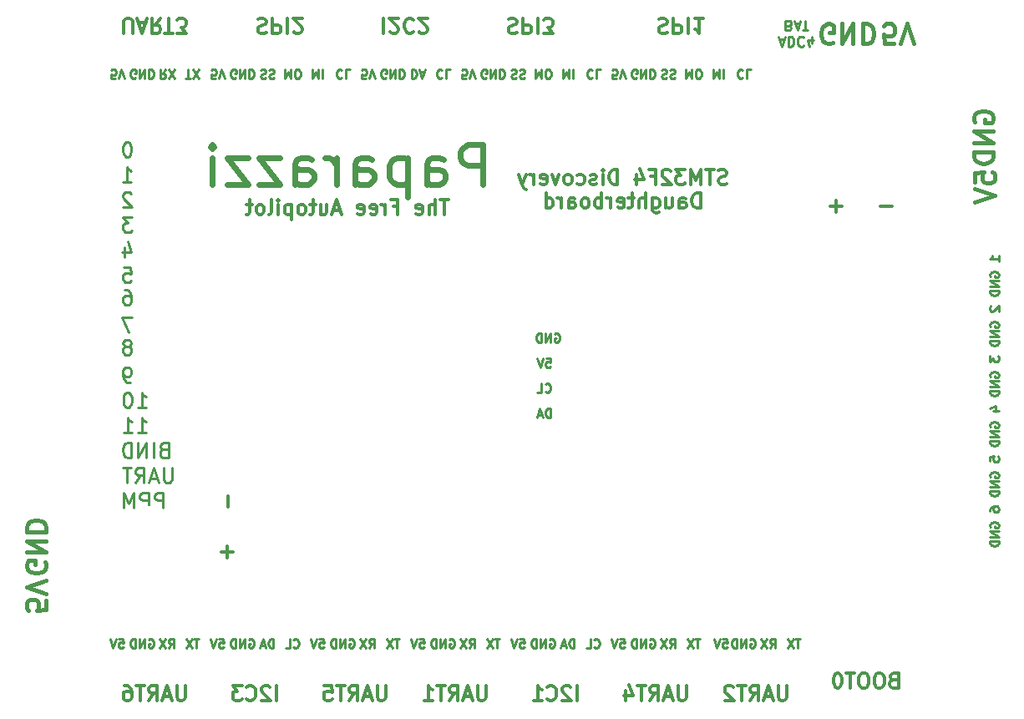
<source format=gbo>
G04 (created by PCBNEW (2013-07-07 BZR 4022)-stable) date 11/04/2014 09:32:08*
%MOIN*%
G04 Gerber Fmt 3.4, Leading zero omitted, Abs format*
%FSLAX34Y34*%
G01*
G70*
G90*
G04 APERTURE LIST*
%ADD10C,0.00590551*%
%ADD11C,0.011811*%
%ADD12C,0.023622*%
%ADD13C,0.00885827*%
%ADD14C,0.015748*%
%ADD15C,0.0670551*%
%ADD16R,0.063X0.063*%
%ADD17C,0.063*%
%ADD18R,0.068X0.068*%
%ADD19C,0.068*%
%ADD20R,0.108X0.108*%
%ADD21C,0.108*%
%ADD22C,0.20485*%
%ADD23C,0.078*%
%ADD24R,0.078X0.078*%
%ADD25R,0.0749291X0.0749291*%
%ADD26C,0.0749291*%
G04 APERTURE END LIST*
G54D10*
G54D11*
X65133Y-35810D02*
X65049Y-35839D01*
X64908Y-35839D01*
X64852Y-35810D01*
X64824Y-35782D01*
X64796Y-35726D01*
X64796Y-35670D01*
X64824Y-35614D01*
X64852Y-35585D01*
X64908Y-35557D01*
X65021Y-35529D01*
X65077Y-35501D01*
X65105Y-35473D01*
X65133Y-35417D01*
X65133Y-35360D01*
X65105Y-35304D01*
X65077Y-35276D01*
X65021Y-35248D01*
X64880Y-35248D01*
X64796Y-35276D01*
X64627Y-35248D02*
X64290Y-35248D01*
X64458Y-35839D02*
X64458Y-35248D01*
X64093Y-35839D02*
X64093Y-35248D01*
X63896Y-35670D01*
X63699Y-35248D01*
X63699Y-35839D01*
X63474Y-35248D02*
X63109Y-35248D01*
X63305Y-35473D01*
X63221Y-35473D01*
X63165Y-35501D01*
X63137Y-35529D01*
X63109Y-35585D01*
X63109Y-35726D01*
X63137Y-35782D01*
X63165Y-35810D01*
X63221Y-35839D01*
X63390Y-35839D01*
X63446Y-35810D01*
X63474Y-35782D01*
X62884Y-35304D02*
X62856Y-35276D01*
X62799Y-35248D01*
X62659Y-35248D01*
X62602Y-35276D01*
X62574Y-35304D01*
X62546Y-35360D01*
X62546Y-35417D01*
X62574Y-35501D01*
X62912Y-35839D01*
X62546Y-35839D01*
X62096Y-35529D02*
X62293Y-35529D01*
X62293Y-35839D02*
X62293Y-35248D01*
X62012Y-35248D01*
X61534Y-35445D02*
X61534Y-35839D01*
X61674Y-35220D02*
X61815Y-35642D01*
X61449Y-35642D01*
X60775Y-35839D02*
X60775Y-35248D01*
X60634Y-35248D01*
X60550Y-35276D01*
X60493Y-35332D01*
X60465Y-35389D01*
X60437Y-35501D01*
X60437Y-35585D01*
X60465Y-35698D01*
X60493Y-35754D01*
X60550Y-35810D01*
X60634Y-35839D01*
X60775Y-35839D01*
X60184Y-35839D02*
X60184Y-35445D01*
X60184Y-35248D02*
X60212Y-35276D01*
X60184Y-35304D01*
X60156Y-35276D01*
X60184Y-35248D01*
X60184Y-35304D01*
X59931Y-35810D02*
X59875Y-35839D01*
X59762Y-35839D01*
X59706Y-35810D01*
X59678Y-35754D01*
X59678Y-35726D01*
X59706Y-35670D01*
X59762Y-35642D01*
X59847Y-35642D01*
X59903Y-35614D01*
X59931Y-35557D01*
X59931Y-35529D01*
X59903Y-35473D01*
X59847Y-35445D01*
X59762Y-35445D01*
X59706Y-35473D01*
X59172Y-35810D02*
X59228Y-35839D01*
X59340Y-35839D01*
X59397Y-35810D01*
X59425Y-35782D01*
X59453Y-35726D01*
X59453Y-35557D01*
X59425Y-35501D01*
X59397Y-35473D01*
X59340Y-35445D01*
X59228Y-35445D01*
X59172Y-35473D01*
X58834Y-35839D02*
X58890Y-35810D01*
X58919Y-35782D01*
X58947Y-35726D01*
X58947Y-35557D01*
X58919Y-35501D01*
X58890Y-35473D01*
X58834Y-35445D01*
X58750Y-35445D01*
X58694Y-35473D01*
X58665Y-35501D01*
X58637Y-35557D01*
X58637Y-35726D01*
X58665Y-35782D01*
X58694Y-35810D01*
X58750Y-35839D01*
X58834Y-35839D01*
X58440Y-35445D02*
X58300Y-35839D01*
X58159Y-35445D01*
X57709Y-35810D02*
X57766Y-35839D01*
X57878Y-35839D01*
X57934Y-35810D01*
X57962Y-35754D01*
X57962Y-35529D01*
X57934Y-35473D01*
X57878Y-35445D01*
X57766Y-35445D01*
X57709Y-35473D01*
X57681Y-35529D01*
X57681Y-35585D01*
X57962Y-35642D01*
X57428Y-35839D02*
X57428Y-35445D01*
X57428Y-35557D02*
X57400Y-35501D01*
X57372Y-35473D01*
X57316Y-35445D01*
X57259Y-35445D01*
X57119Y-35445D02*
X56978Y-35839D01*
X56838Y-35445D02*
X56978Y-35839D01*
X57034Y-35979D01*
X57062Y-36007D01*
X57119Y-36035D01*
X64079Y-36783D02*
X64079Y-36193D01*
X63938Y-36193D01*
X63854Y-36221D01*
X63798Y-36277D01*
X63769Y-36333D01*
X63741Y-36446D01*
X63741Y-36530D01*
X63769Y-36643D01*
X63798Y-36699D01*
X63854Y-36755D01*
X63938Y-36783D01*
X64079Y-36783D01*
X63235Y-36783D02*
X63235Y-36474D01*
X63263Y-36418D01*
X63320Y-36390D01*
X63432Y-36390D01*
X63488Y-36418D01*
X63235Y-36755D02*
X63291Y-36783D01*
X63432Y-36783D01*
X63488Y-36755D01*
X63516Y-36699D01*
X63516Y-36643D01*
X63488Y-36587D01*
X63432Y-36558D01*
X63291Y-36558D01*
X63235Y-36530D01*
X62701Y-36390D02*
X62701Y-36783D01*
X62954Y-36390D02*
X62954Y-36699D01*
X62926Y-36755D01*
X62870Y-36783D01*
X62785Y-36783D01*
X62729Y-36755D01*
X62701Y-36727D01*
X62167Y-36390D02*
X62167Y-36868D01*
X62195Y-36924D01*
X62223Y-36952D01*
X62279Y-36980D01*
X62363Y-36980D01*
X62420Y-36952D01*
X62167Y-36755D02*
X62223Y-36783D01*
X62335Y-36783D01*
X62392Y-36755D01*
X62420Y-36727D01*
X62448Y-36671D01*
X62448Y-36502D01*
X62420Y-36446D01*
X62392Y-36418D01*
X62335Y-36390D01*
X62223Y-36390D01*
X62167Y-36418D01*
X61885Y-36783D02*
X61885Y-36193D01*
X61632Y-36783D02*
X61632Y-36474D01*
X61660Y-36418D01*
X61717Y-36390D01*
X61801Y-36390D01*
X61857Y-36418D01*
X61885Y-36446D01*
X61435Y-36390D02*
X61210Y-36390D01*
X61351Y-36193D02*
X61351Y-36699D01*
X61323Y-36755D01*
X61267Y-36783D01*
X61210Y-36783D01*
X60789Y-36755D02*
X60845Y-36783D01*
X60957Y-36783D01*
X61014Y-36755D01*
X61042Y-36699D01*
X61042Y-36474D01*
X61014Y-36418D01*
X60957Y-36390D01*
X60845Y-36390D01*
X60789Y-36418D01*
X60760Y-36474D01*
X60760Y-36530D01*
X61042Y-36587D01*
X60507Y-36783D02*
X60507Y-36390D01*
X60507Y-36502D02*
X60479Y-36446D01*
X60451Y-36418D01*
X60395Y-36390D01*
X60339Y-36390D01*
X60142Y-36783D02*
X60142Y-36193D01*
X60142Y-36418D02*
X60086Y-36390D01*
X59973Y-36390D01*
X59917Y-36418D01*
X59889Y-36446D01*
X59861Y-36502D01*
X59861Y-36671D01*
X59889Y-36727D01*
X59917Y-36755D01*
X59973Y-36783D01*
X60086Y-36783D01*
X60142Y-36755D01*
X59523Y-36783D02*
X59579Y-36755D01*
X59607Y-36727D01*
X59636Y-36671D01*
X59636Y-36502D01*
X59607Y-36446D01*
X59579Y-36418D01*
X59523Y-36390D01*
X59439Y-36390D01*
X59383Y-36418D01*
X59354Y-36446D01*
X59326Y-36502D01*
X59326Y-36671D01*
X59354Y-36727D01*
X59383Y-36755D01*
X59439Y-36783D01*
X59523Y-36783D01*
X58820Y-36783D02*
X58820Y-36474D01*
X58848Y-36418D01*
X58904Y-36390D01*
X59017Y-36390D01*
X59073Y-36418D01*
X58820Y-36755D02*
X58876Y-36783D01*
X59017Y-36783D01*
X59073Y-36755D01*
X59101Y-36699D01*
X59101Y-36643D01*
X59073Y-36587D01*
X59017Y-36558D01*
X58876Y-36558D01*
X58820Y-36530D01*
X58539Y-36783D02*
X58539Y-36390D01*
X58539Y-36502D02*
X58511Y-36446D01*
X58483Y-36418D01*
X58426Y-36390D01*
X58370Y-36390D01*
X57920Y-36783D02*
X57920Y-36193D01*
X57920Y-36755D02*
X57976Y-36783D01*
X58089Y-36783D01*
X58145Y-36755D01*
X58173Y-36727D01*
X58201Y-36671D01*
X58201Y-36502D01*
X58173Y-36446D01*
X58145Y-36418D01*
X58089Y-36390D01*
X57976Y-36390D01*
X57920Y-36418D01*
X69275Y-36714D02*
X69724Y-36714D01*
X69500Y-36939D02*
X69500Y-36489D01*
X71275Y-36714D02*
X71724Y-36714D01*
X44975Y-50514D02*
X45424Y-50514D01*
X45200Y-50739D02*
X45200Y-50289D01*
X45214Y-48724D02*
X45214Y-48275D01*
X54035Y-36448D02*
X53697Y-36448D01*
X53866Y-37039D02*
X53866Y-36448D01*
X53501Y-37039D02*
X53501Y-36448D01*
X53248Y-37039D02*
X53248Y-36729D01*
X53276Y-36673D01*
X53332Y-36645D01*
X53416Y-36645D01*
X53473Y-36673D01*
X53501Y-36701D01*
X52741Y-37010D02*
X52798Y-37039D01*
X52910Y-37039D01*
X52966Y-37010D01*
X52994Y-36954D01*
X52994Y-36729D01*
X52966Y-36673D01*
X52910Y-36645D01*
X52798Y-36645D01*
X52741Y-36673D01*
X52713Y-36729D01*
X52713Y-36785D01*
X52994Y-36842D01*
X51813Y-36729D02*
X52010Y-36729D01*
X52010Y-37039D02*
X52010Y-36448D01*
X51729Y-36448D01*
X51504Y-37039D02*
X51504Y-36645D01*
X51504Y-36757D02*
X51476Y-36701D01*
X51448Y-36673D01*
X51392Y-36645D01*
X51335Y-36645D01*
X50913Y-37010D02*
X50970Y-37039D01*
X51082Y-37039D01*
X51138Y-37010D01*
X51167Y-36954D01*
X51167Y-36729D01*
X51138Y-36673D01*
X51082Y-36645D01*
X50970Y-36645D01*
X50913Y-36673D01*
X50885Y-36729D01*
X50885Y-36785D01*
X51167Y-36842D01*
X50407Y-37010D02*
X50464Y-37039D01*
X50576Y-37039D01*
X50632Y-37010D01*
X50660Y-36954D01*
X50660Y-36729D01*
X50632Y-36673D01*
X50576Y-36645D01*
X50464Y-36645D01*
X50407Y-36673D01*
X50379Y-36729D01*
X50379Y-36785D01*
X50660Y-36842D01*
X49704Y-36870D02*
X49423Y-36870D01*
X49760Y-37039D02*
X49564Y-36448D01*
X49367Y-37039D01*
X48917Y-36645D02*
X48917Y-37039D01*
X49170Y-36645D02*
X49170Y-36954D01*
X49142Y-37010D01*
X49086Y-37039D01*
X49001Y-37039D01*
X48945Y-37010D01*
X48917Y-36982D01*
X48720Y-36645D02*
X48495Y-36645D01*
X48636Y-36448D02*
X48636Y-36954D01*
X48607Y-37010D01*
X48551Y-37039D01*
X48495Y-37039D01*
X48214Y-37039D02*
X48270Y-37010D01*
X48298Y-36982D01*
X48326Y-36926D01*
X48326Y-36757D01*
X48298Y-36701D01*
X48270Y-36673D01*
X48214Y-36645D01*
X48129Y-36645D01*
X48073Y-36673D01*
X48045Y-36701D01*
X48017Y-36757D01*
X48017Y-36926D01*
X48045Y-36982D01*
X48073Y-37010D01*
X48129Y-37039D01*
X48214Y-37039D01*
X47764Y-36645D02*
X47764Y-37235D01*
X47764Y-36673D02*
X47708Y-36645D01*
X47595Y-36645D01*
X47539Y-36673D01*
X47511Y-36701D01*
X47483Y-36757D01*
X47483Y-36926D01*
X47511Y-36982D01*
X47539Y-37010D01*
X47595Y-37039D01*
X47708Y-37039D01*
X47764Y-37010D01*
X47230Y-37039D02*
X47230Y-36645D01*
X47230Y-36448D02*
X47258Y-36476D01*
X47230Y-36504D01*
X47201Y-36476D01*
X47230Y-36448D01*
X47230Y-36504D01*
X46864Y-37039D02*
X46920Y-37010D01*
X46948Y-36954D01*
X46948Y-36448D01*
X46555Y-37039D02*
X46611Y-37010D01*
X46639Y-36982D01*
X46667Y-36926D01*
X46667Y-36757D01*
X46639Y-36701D01*
X46611Y-36673D01*
X46555Y-36645D01*
X46470Y-36645D01*
X46414Y-36673D01*
X46386Y-36701D01*
X46358Y-36757D01*
X46358Y-36926D01*
X46386Y-36982D01*
X46414Y-37010D01*
X46470Y-37039D01*
X46555Y-37039D01*
X46189Y-36645D02*
X45964Y-36645D01*
X46105Y-36448D02*
X46105Y-36954D01*
X46077Y-37010D01*
X46020Y-37039D01*
X45964Y-37039D01*
G54D12*
X55399Y-35837D02*
X55399Y-34262D01*
X54799Y-34262D01*
X54649Y-34337D01*
X54574Y-34412D01*
X54499Y-34562D01*
X54499Y-34787D01*
X54574Y-34937D01*
X54649Y-35012D01*
X54799Y-35087D01*
X55399Y-35087D01*
X53149Y-35837D02*
X53149Y-35012D01*
X53224Y-34862D01*
X53374Y-34787D01*
X53674Y-34787D01*
X53824Y-34862D01*
X53149Y-35762D02*
X53299Y-35837D01*
X53674Y-35837D01*
X53824Y-35762D01*
X53899Y-35612D01*
X53899Y-35462D01*
X53824Y-35312D01*
X53674Y-35237D01*
X53299Y-35237D01*
X53149Y-35162D01*
X52399Y-34787D02*
X52399Y-36362D01*
X52399Y-34862D02*
X52249Y-34787D01*
X51949Y-34787D01*
X51799Y-34862D01*
X51724Y-34937D01*
X51649Y-35087D01*
X51649Y-35537D01*
X51724Y-35687D01*
X51799Y-35762D01*
X51949Y-35837D01*
X52249Y-35837D01*
X52399Y-35762D01*
X50299Y-35837D02*
X50299Y-35012D01*
X50374Y-34862D01*
X50524Y-34787D01*
X50824Y-34787D01*
X50974Y-34862D01*
X50299Y-35762D02*
X50449Y-35837D01*
X50824Y-35837D01*
X50974Y-35762D01*
X51049Y-35612D01*
X51049Y-35462D01*
X50974Y-35312D01*
X50824Y-35237D01*
X50449Y-35237D01*
X50299Y-35162D01*
X49550Y-35837D02*
X49550Y-34787D01*
X49550Y-35087D02*
X49475Y-34937D01*
X49400Y-34862D01*
X49250Y-34787D01*
X49100Y-34787D01*
X47900Y-35837D02*
X47900Y-35012D01*
X47975Y-34862D01*
X48125Y-34787D01*
X48425Y-34787D01*
X48575Y-34862D01*
X47900Y-35762D02*
X48050Y-35837D01*
X48425Y-35837D01*
X48575Y-35762D01*
X48650Y-35612D01*
X48650Y-35462D01*
X48575Y-35312D01*
X48425Y-35237D01*
X48050Y-35237D01*
X47900Y-35162D01*
X47300Y-34787D02*
X46475Y-34787D01*
X47300Y-35837D01*
X46475Y-35837D01*
X46025Y-34787D02*
X45200Y-34787D01*
X46025Y-35837D01*
X45200Y-35837D01*
X44600Y-35837D02*
X44600Y-34787D01*
X44600Y-34262D02*
X44675Y-34337D01*
X44600Y-34412D01*
X44525Y-34337D01*
X44600Y-34262D01*
X44600Y-34412D01*
G54D13*
X50069Y-54005D02*
X50103Y-53989D01*
X50154Y-53989D01*
X50204Y-54005D01*
X50238Y-54039D01*
X50255Y-54073D01*
X50272Y-54140D01*
X50272Y-54191D01*
X50255Y-54259D01*
X50238Y-54292D01*
X50204Y-54326D01*
X50154Y-54343D01*
X50120Y-54343D01*
X50069Y-54326D01*
X50053Y-54309D01*
X50053Y-54191D01*
X50120Y-54191D01*
X49901Y-54343D02*
X49901Y-53989D01*
X49698Y-54343D01*
X49698Y-53989D01*
X49530Y-54343D02*
X49530Y-53989D01*
X49445Y-53989D01*
X49395Y-54005D01*
X49361Y-54039D01*
X49344Y-54073D01*
X49327Y-54140D01*
X49327Y-54191D01*
X49344Y-54259D01*
X49361Y-54292D01*
X49395Y-54326D01*
X49445Y-54343D01*
X49530Y-54343D01*
X59044Y-54343D02*
X59044Y-53989D01*
X58960Y-53989D01*
X58909Y-54005D01*
X58875Y-54039D01*
X58859Y-54073D01*
X58842Y-54140D01*
X58842Y-54191D01*
X58859Y-54259D01*
X58875Y-54292D01*
X58909Y-54326D01*
X58960Y-54343D01*
X59044Y-54343D01*
X58707Y-54242D02*
X58538Y-54242D01*
X58740Y-54343D02*
X58622Y-53989D01*
X58504Y-54343D01*
X47044Y-54343D02*
X47044Y-53989D01*
X46960Y-53989D01*
X46909Y-54005D01*
X46875Y-54039D01*
X46859Y-54073D01*
X46842Y-54140D01*
X46842Y-54191D01*
X46859Y-54259D01*
X46875Y-54292D01*
X46909Y-54326D01*
X46960Y-54343D01*
X47044Y-54343D01*
X46707Y-54242D02*
X46538Y-54242D01*
X46740Y-54343D02*
X46622Y-53989D01*
X46504Y-54343D01*
X58069Y-54005D02*
X58103Y-53989D01*
X58154Y-53989D01*
X58204Y-54005D01*
X58238Y-54039D01*
X58255Y-54073D01*
X58272Y-54140D01*
X58272Y-54191D01*
X58255Y-54259D01*
X58238Y-54292D01*
X58204Y-54326D01*
X58154Y-54343D01*
X58120Y-54343D01*
X58069Y-54326D01*
X58053Y-54309D01*
X58053Y-54191D01*
X58120Y-54191D01*
X57901Y-54343D02*
X57901Y-53989D01*
X57698Y-54343D01*
X57698Y-53989D01*
X57530Y-54343D02*
X57530Y-53989D01*
X57445Y-53989D01*
X57395Y-54005D01*
X57361Y-54039D01*
X57344Y-54073D01*
X57327Y-54140D01*
X57327Y-54191D01*
X57344Y-54259D01*
X57361Y-54292D01*
X57395Y-54326D01*
X57445Y-54343D01*
X57530Y-54343D01*
X59833Y-54309D02*
X59850Y-54326D01*
X59901Y-54343D01*
X59934Y-54343D01*
X59985Y-54326D01*
X60019Y-54292D01*
X60036Y-54259D01*
X60053Y-54191D01*
X60053Y-54140D01*
X60036Y-54073D01*
X60019Y-54039D01*
X59985Y-54005D01*
X59934Y-53989D01*
X59901Y-53989D01*
X59850Y-54005D01*
X59833Y-54022D01*
X59513Y-54343D02*
X59681Y-54343D01*
X59681Y-53989D01*
X47833Y-54309D02*
X47850Y-54326D01*
X47901Y-54343D01*
X47934Y-54343D01*
X47985Y-54326D01*
X48019Y-54292D01*
X48036Y-54259D01*
X48053Y-54191D01*
X48053Y-54140D01*
X48036Y-54073D01*
X48019Y-54039D01*
X47985Y-54005D01*
X47934Y-53989D01*
X47901Y-53989D01*
X47850Y-54005D01*
X47833Y-54022D01*
X47513Y-54343D02*
X47681Y-54343D01*
X47681Y-53989D01*
X48597Y-31256D02*
X48597Y-31610D01*
X48715Y-31357D01*
X48833Y-31610D01*
X48833Y-31256D01*
X49002Y-31256D02*
X49002Y-31610D01*
X58597Y-31256D02*
X58597Y-31610D01*
X58715Y-31357D01*
X58833Y-31610D01*
X58833Y-31256D01*
X59002Y-31256D02*
X59002Y-31610D01*
X64597Y-31256D02*
X64597Y-31610D01*
X64715Y-31357D01*
X64833Y-31610D01*
X64833Y-31256D01*
X65002Y-31256D02*
X65002Y-31610D01*
X63496Y-31256D02*
X63496Y-31610D01*
X63614Y-31357D01*
X63732Y-31610D01*
X63732Y-31256D01*
X63968Y-31610D02*
X64036Y-31610D01*
X64069Y-31594D01*
X64103Y-31560D01*
X64120Y-31492D01*
X64120Y-31374D01*
X64103Y-31307D01*
X64069Y-31273D01*
X64036Y-31256D01*
X63968Y-31256D01*
X63934Y-31273D01*
X63901Y-31307D01*
X63884Y-31374D01*
X63884Y-31492D01*
X63901Y-31560D01*
X63934Y-31594D01*
X63968Y-31610D01*
X57496Y-31256D02*
X57496Y-31610D01*
X57614Y-31357D01*
X57732Y-31610D01*
X57732Y-31256D01*
X57968Y-31610D02*
X58036Y-31610D01*
X58069Y-31594D01*
X58103Y-31560D01*
X58120Y-31492D01*
X58120Y-31374D01*
X58103Y-31307D01*
X58069Y-31273D01*
X58036Y-31256D01*
X57968Y-31256D01*
X57934Y-31273D01*
X57901Y-31307D01*
X57884Y-31374D01*
X57884Y-31492D01*
X57901Y-31560D01*
X57934Y-31594D01*
X57968Y-31610D01*
X47496Y-31256D02*
X47496Y-31610D01*
X47614Y-31357D01*
X47732Y-31610D01*
X47732Y-31256D01*
X47968Y-31610D02*
X48036Y-31610D01*
X48069Y-31594D01*
X48103Y-31560D01*
X48120Y-31492D01*
X48120Y-31374D01*
X48103Y-31307D01*
X48069Y-31273D01*
X48036Y-31256D01*
X47968Y-31256D01*
X47934Y-31273D01*
X47901Y-31307D01*
X47884Y-31374D01*
X47884Y-31492D01*
X47901Y-31560D01*
X47934Y-31594D01*
X47968Y-31610D01*
X62530Y-31273D02*
X62580Y-31256D01*
X62665Y-31256D01*
X62698Y-31273D01*
X62715Y-31290D01*
X62732Y-31324D01*
X62732Y-31357D01*
X62715Y-31391D01*
X62698Y-31408D01*
X62665Y-31425D01*
X62597Y-31442D01*
X62563Y-31459D01*
X62546Y-31475D01*
X62530Y-31509D01*
X62530Y-31543D01*
X62546Y-31577D01*
X62563Y-31594D01*
X62597Y-31610D01*
X62681Y-31610D01*
X62732Y-31594D01*
X62867Y-31273D02*
X62918Y-31256D01*
X63002Y-31256D01*
X63036Y-31273D01*
X63053Y-31290D01*
X63069Y-31324D01*
X63069Y-31357D01*
X63053Y-31391D01*
X63036Y-31408D01*
X63002Y-31425D01*
X62934Y-31442D01*
X62901Y-31459D01*
X62884Y-31475D01*
X62867Y-31509D01*
X62867Y-31543D01*
X62884Y-31577D01*
X62901Y-31594D01*
X62934Y-31610D01*
X63019Y-31610D01*
X63069Y-31594D01*
X56530Y-31273D02*
X56580Y-31256D01*
X56665Y-31256D01*
X56698Y-31273D01*
X56715Y-31290D01*
X56732Y-31324D01*
X56732Y-31357D01*
X56715Y-31391D01*
X56698Y-31408D01*
X56665Y-31425D01*
X56597Y-31442D01*
X56563Y-31459D01*
X56546Y-31475D01*
X56530Y-31509D01*
X56530Y-31543D01*
X56546Y-31577D01*
X56563Y-31594D01*
X56597Y-31610D01*
X56681Y-31610D01*
X56732Y-31594D01*
X56867Y-31273D02*
X56918Y-31256D01*
X57002Y-31256D01*
X57036Y-31273D01*
X57053Y-31290D01*
X57069Y-31324D01*
X57069Y-31357D01*
X57053Y-31391D01*
X57036Y-31408D01*
X57002Y-31425D01*
X56934Y-31442D01*
X56901Y-31459D01*
X56884Y-31475D01*
X56867Y-31509D01*
X56867Y-31543D01*
X56884Y-31577D01*
X56901Y-31594D01*
X56934Y-31610D01*
X57019Y-31610D01*
X57069Y-31594D01*
X46530Y-31273D02*
X46580Y-31256D01*
X46665Y-31256D01*
X46698Y-31273D01*
X46715Y-31290D01*
X46732Y-31324D01*
X46732Y-31357D01*
X46715Y-31391D01*
X46698Y-31408D01*
X46665Y-31425D01*
X46597Y-31442D01*
X46563Y-31459D01*
X46546Y-31475D01*
X46530Y-31509D01*
X46530Y-31543D01*
X46546Y-31577D01*
X46563Y-31594D01*
X46597Y-31610D01*
X46681Y-31610D01*
X46732Y-31594D01*
X46867Y-31273D02*
X46918Y-31256D01*
X47002Y-31256D01*
X47036Y-31273D01*
X47053Y-31290D01*
X47069Y-31324D01*
X47069Y-31357D01*
X47053Y-31391D01*
X47036Y-31408D01*
X47002Y-31425D01*
X46934Y-31442D01*
X46901Y-31459D01*
X46884Y-31475D01*
X46867Y-31509D01*
X46867Y-31543D01*
X46884Y-31577D01*
X46901Y-31594D01*
X46934Y-31610D01*
X47019Y-31610D01*
X47069Y-31594D01*
X65766Y-31290D02*
X65749Y-31273D01*
X65698Y-31256D01*
X65665Y-31256D01*
X65614Y-31273D01*
X65580Y-31307D01*
X65563Y-31340D01*
X65546Y-31408D01*
X65546Y-31459D01*
X65563Y-31526D01*
X65580Y-31560D01*
X65614Y-31594D01*
X65665Y-31610D01*
X65698Y-31610D01*
X65749Y-31594D01*
X65766Y-31577D01*
X66086Y-31256D02*
X65918Y-31256D01*
X65918Y-31610D01*
X59766Y-31290D02*
X59749Y-31273D01*
X59698Y-31256D01*
X59665Y-31256D01*
X59614Y-31273D01*
X59580Y-31307D01*
X59563Y-31340D01*
X59546Y-31408D01*
X59546Y-31459D01*
X59563Y-31526D01*
X59580Y-31560D01*
X59614Y-31594D01*
X59665Y-31610D01*
X59698Y-31610D01*
X59749Y-31594D01*
X59766Y-31577D01*
X60086Y-31256D02*
X59918Y-31256D01*
X59918Y-31610D01*
X49766Y-31290D02*
X49749Y-31273D01*
X49698Y-31256D01*
X49665Y-31256D01*
X49614Y-31273D01*
X49580Y-31307D01*
X49563Y-31340D01*
X49546Y-31408D01*
X49546Y-31459D01*
X49563Y-31526D01*
X49580Y-31560D01*
X49614Y-31594D01*
X49665Y-31610D01*
X49698Y-31610D01*
X49749Y-31594D01*
X49766Y-31577D01*
X50086Y-31256D02*
X49918Y-31256D01*
X49918Y-31610D01*
X53766Y-31290D02*
X53749Y-31273D01*
X53698Y-31256D01*
X53665Y-31256D01*
X53614Y-31273D01*
X53580Y-31307D01*
X53563Y-31340D01*
X53546Y-31408D01*
X53546Y-31459D01*
X53563Y-31526D01*
X53580Y-31560D01*
X53614Y-31594D01*
X53665Y-31610D01*
X53698Y-31610D01*
X53749Y-31594D01*
X53766Y-31577D01*
X54086Y-31256D02*
X53918Y-31256D01*
X53918Y-31610D01*
X52555Y-31256D02*
X52555Y-31610D01*
X52639Y-31610D01*
X52690Y-31594D01*
X52724Y-31560D01*
X52740Y-31526D01*
X52757Y-31459D01*
X52757Y-31408D01*
X52740Y-31340D01*
X52724Y-31307D01*
X52690Y-31273D01*
X52639Y-31256D01*
X52555Y-31256D01*
X52892Y-31357D02*
X53061Y-31357D01*
X52859Y-31256D02*
X52977Y-31610D01*
X53095Y-31256D01*
G54D11*
X51442Y-29210D02*
X51442Y-29801D01*
X51695Y-29745D02*
X51723Y-29773D01*
X51779Y-29801D01*
X51920Y-29801D01*
X51976Y-29773D01*
X52004Y-29745D01*
X52032Y-29689D01*
X52032Y-29632D01*
X52004Y-29548D01*
X51667Y-29210D01*
X52032Y-29210D01*
X52623Y-29267D02*
X52595Y-29239D01*
X52510Y-29210D01*
X52454Y-29210D01*
X52370Y-29239D01*
X52314Y-29295D01*
X52285Y-29351D01*
X52257Y-29464D01*
X52257Y-29548D01*
X52285Y-29660D01*
X52314Y-29717D01*
X52370Y-29773D01*
X52454Y-29801D01*
X52510Y-29801D01*
X52595Y-29773D01*
X52623Y-29745D01*
X52848Y-29745D02*
X52876Y-29773D01*
X52932Y-29801D01*
X53073Y-29801D01*
X53129Y-29773D01*
X53157Y-29745D01*
X53185Y-29689D01*
X53185Y-29632D01*
X53157Y-29548D01*
X52820Y-29210D01*
X53185Y-29210D01*
G54D14*
X37968Y-52449D02*
X37968Y-52824D01*
X37593Y-52862D01*
X37631Y-52824D01*
X37668Y-52749D01*
X37668Y-52562D01*
X37631Y-52487D01*
X37593Y-52449D01*
X37518Y-52412D01*
X37331Y-52412D01*
X37256Y-52449D01*
X37218Y-52487D01*
X37181Y-52562D01*
X37181Y-52749D01*
X37218Y-52824D01*
X37256Y-52862D01*
X37968Y-52187D02*
X37181Y-51925D01*
X37968Y-51662D01*
X37931Y-50899D02*
X37968Y-50974D01*
X37968Y-51087D01*
X37931Y-51199D01*
X37856Y-51274D01*
X37781Y-51312D01*
X37631Y-51349D01*
X37518Y-51349D01*
X37368Y-51312D01*
X37293Y-51274D01*
X37218Y-51199D01*
X37181Y-51087D01*
X37181Y-51012D01*
X37218Y-50899D01*
X37256Y-50862D01*
X37518Y-50862D01*
X37518Y-51012D01*
X37181Y-50524D02*
X37968Y-50524D01*
X37181Y-50075D01*
X37968Y-50075D01*
X37181Y-49700D02*
X37968Y-49700D01*
X37968Y-49512D01*
X37931Y-49400D01*
X37856Y-49325D01*
X37781Y-49287D01*
X37631Y-49250D01*
X37518Y-49250D01*
X37368Y-49287D01*
X37293Y-49325D01*
X37218Y-49400D01*
X37181Y-49512D01*
X37181Y-49700D01*
G54D11*
X62414Y-29239D02*
X62498Y-29210D01*
X62639Y-29210D01*
X62695Y-29239D01*
X62723Y-29267D01*
X62751Y-29323D01*
X62751Y-29379D01*
X62723Y-29435D01*
X62695Y-29464D01*
X62639Y-29492D01*
X62526Y-29520D01*
X62470Y-29548D01*
X62442Y-29576D01*
X62414Y-29632D01*
X62414Y-29689D01*
X62442Y-29745D01*
X62470Y-29773D01*
X62526Y-29801D01*
X62667Y-29801D01*
X62751Y-29773D01*
X63004Y-29210D02*
X63004Y-29801D01*
X63229Y-29801D01*
X63285Y-29773D01*
X63314Y-29745D01*
X63342Y-29689D01*
X63342Y-29604D01*
X63314Y-29548D01*
X63285Y-29520D01*
X63229Y-29492D01*
X63004Y-29492D01*
X63595Y-29210D02*
X63595Y-29801D01*
X64185Y-29210D02*
X63848Y-29210D01*
X64017Y-29210D02*
X64017Y-29801D01*
X63960Y-29717D01*
X63904Y-29660D01*
X63848Y-29632D01*
X56414Y-29239D02*
X56498Y-29210D01*
X56639Y-29210D01*
X56695Y-29239D01*
X56723Y-29267D01*
X56751Y-29323D01*
X56751Y-29379D01*
X56723Y-29435D01*
X56695Y-29464D01*
X56639Y-29492D01*
X56526Y-29520D01*
X56470Y-29548D01*
X56442Y-29576D01*
X56414Y-29632D01*
X56414Y-29689D01*
X56442Y-29745D01*
X56470Y-29773D01*
X56526Y-29801D01*
X56667Y-29801D01*
X56751Y-29773D01*
X57004Y-29210D02*
X57004Y-29801D01*
X57229Y-29801D01*
X57285Y-29773D01*
X57314Y-29745D01*
X57342Y-29689D01*
X57342Y-29604D01*
X57314Y-29548D01*
X57285Y-29520D01*
X57229Y-29492D01*
X57004Y-29492D01*
X57595Y-29210D02*
X57595Y-29801D01*
X57820Y-29801D02*
X58185Y-29801D01*
X57988Y-29576D01*
X58073Y-29576D01*
X58129Y-29548D01*
X58157Y-29520D01*
X58185Y-29464D01*
X58185Y-29323D01*
X58157Y-29267D01*
X58129Y-29239D01*
X58073Y-29210D01*
X57904Y-29210D01*
X57848Y-29239D01*
X57820Y-29267D01*
X46414Y-29239D02*
X46498Y-29210D01*
X46639Y-29210D01*
X46695Y-29239D01*
X46723Y-29267D01*
X46751Y-29323D01*
X46751Y-29379D01*
X46723Y-29435D01*
X46695Y-29464D01*
X46639Y-29492D01*
X46526Y-29520D01*
X46470Y-29548D01*
X46442Y-29576D01*
X46414Y-29632D01*
X46414Y-29689D01*
X46442Y-29745D01*
X46470Y-29773D01*
X46526Y-29801D01*
X46667Y-29801D01*
X46751Y-29773D01*
X47004Y-29210D02*
X47004Y-29801D01*
X47229Y-29801D01*
X47285Y-29773D01*
X47314Y-29745D01*
X47342Y-29689D01*
X47342Y-29604D01*
X47314Y-29548D01*
X47285Y-29520D01*
X47229Y-29492D01*
X47004Y-29492D01*
X47595Y-29210D02*
X47595Y-29801D01*
X47848Y-29745D02*
X47876Y-29773D01*
X47932Y-29801D01*
X48073Y-29801D01*
X48129Y-29773D01*
X48157Y-29745D01*
X48185Y-29689D01*
X48185Y-29632D01*
X48157Y-29548D01*
X47820Y-29210D01*
X48185Y-29210D01*
X41076Y-29801D02*
X41076Y-29323D01*
X41104Y-29267D01*
X41132Y-29239D01*
X41189Y-29210D01*
X41301Y-29210D01*
X41357Y-29239D01*
X41386Y-29267D01*
X41414Y-29323D01*
X41414Y-29801D01*
X41667Y-29379D02*
X41948Y-29379D01*
X41611Y-29210D02*
X41807Y-29801D01*
X42004Y-29210D01*
X42539Y-29210D02*
X42342Y-29492D01*
X42201Y-29210D02*
X42201Y-29801D01*
X42426Y-29801D01*
X42482Y-29773D01*
X42510Y-29745D01*
X42539Y-29689D01*
X42539Y-29604D01*
X42510Y-29548D01*
X42482Y-29520D01*
X42426Y-29492D01*
X42201Y-29492D01*
X42707Y-29801D02*
X43045Y-29801D01*
X42876Y-29210D02*
X42876Y-29801D01*
X43185Y-29801D02*
X43551Y-29801D01*
X43354Y-29576D01*
X43438Y-29576D01*
X43495Y-29548D01*
X43523Y-29520D01*
X43551Y-29464D01*
X43551Y-29323D01*
X43523Y-29267D01*
X43495Y-29239D01*
X43438Y-29210D01*
X43270Y-29210D01*
X43213Y-29239D01*
X43185Y-29267D01*
X71782Y-55629D02*
X71698Y-55657D01*
X71670Y-55685D01*
X71642Y-55742D01*
X71642Y-55826D01*
X71670Y-55882D01*
X71698Y-55910D01*
X71754Y-55939D01*
X71979Y-55939D01*
X71979Y-55348D01*
X71782Y-55348D01*
X71726Y-55376D01*
X71698Y-55404D01*
X71670Y-55460D01*
X71670Y-55517D01*
X71698Y-55573D01*
X71726Y-55601D01*
X71782Y-55629D01*
X71979Y-55629D01*
X71276Y-55348D02*
X71164Y-55348D01*
X71107Y-55376D01*
X71051Y-55432D01*
X71023Y-55545D01*
X71023Y-55742D01*
X71051Y-55854D01*
X71107Y-55910D01*
X71164Y-55939D01*
X71276Y-55939D01*
X71332Y-55910D01*
X71388Y-55854D01*
X71417Y-55742D01*
X71417Y-55545D01*
X71388Y-55432D01*
X71332Y-55376D01*
X71276Y-55348D01*
X70657Y-55348D02*
X70545Y-55348D01*
X70489Y-55376D01*
X70432Y-55432D01*
X70404Y-55545D01*
X70404Y-55742D01*
X70432Y-55854D01*
X70489Y-55910D01*
X70545Y-55939D01*
X70657Y-55939D01*
X70714Y-55910D01*
X70770Y-55854D01*
X70798Y-55742D01*
X70798Y-55545D01*
X70770Y-55432D01*
X70714Y-55376D01*
X70657Y-55348D01*
X70235Y-55348D02*
X69898Y-55348D01*
X70067Y-55939D02*
X70067Y-55348D01*
X69589Y-55348D02*
X69532Y-55348D01*
X69476Y-55376D01*
X69448Y-55404D01*
X69420Y-55460D01*
X69392Y-55573D01*
X69392Y-55714D01*
X69420Y-55826D01*
X69448Y-55882D01*
X69476Y-55910D01*
X69532Y-55939D01*
X69589Y-55939D01*
X69645Y-55910D01*
X69673Y-55882D01*
X69701Y-55826D01*
X69729Y-55714D01*
X69729Y-55573D01*
X69701Y-55460D01*
X69673Y-55404D01*
X69645Y-55376D01*
X69589Y-55348D01*
X67523Y-55848D02*
X67523Y-56326D01*
X67495Y-56382D01*
X67467Y-56410D01*
X67410Y-56439D01*
X67298Y-56439D01*
X67242Y-56410D01*
X67213Y-56382D01*
X67185Y-56326D01*
X67185Y-55848D01*
X66932Y-56270D02*
X66651Y-56270D01*
X66988Y-56439D02*
X66792Y-55848D01*
X66595Y-56439D01*
X66060Y-56439D02*
X66257Y-56157D01*
X66398Y-56439D02*
X66398Y-55848D01*
X66173Y-55848D01*
X66117Y-55876D01*
X66089Y-55904D01*
X66060Y-55960D01*
X66060Y-56045D01*
X66089Y-56101D01*
X66117Y-56129D01*
X66173Y-56157D01*
X66398Y-56157D01*
X65892Y-55848D02*
X65554Y-55848D01*
X65723Y-56439D02*
X65723Y-55848D01*
X65386Y-55904D02*
X65357Y-55876D01*
X65301Y-55848D01*
X65161Y-55848D01*
X65104Y-55876D01*
X65076Y-55904D01*
X65048Y-55960D01*
X65048Y-56017D01*
X65076Y-56101D01*
X65414Y-56439D01*
X65048Y-56439D01*
X63523Y-55848D02*
X63523Y-56326D01*
X63495Y-56382D01*
X63467Y-56410D01*
X63410Y-56439D01*
X63298Y-56439D01*
X63242Y-56410D01*
X63213Y-56382D01*
X63185Y-56326D01*
X63185Y-55848D01*
X62932Y-56270D02*
X62651Y-56270D01*
X62988Y-56439D02*
X62792Y-55848D01*
X62595Y-56439D01*
X62060Y-56439D02*
X62257Y-56157D01*
X62398Y-56439D02*
X62398Y-55848D01*
X62173Y-55848D01*
X62117Y-55876D01*
X62089Y-55904D01*
X62060Y-55960D01*
X62060Y-56045D01*
X62089Y-56101D01*
X62117Y-56129D01*
X62173Y-56157D01*
X62398Y-56157D01*
X61892Y-55848D02*
X61554Y-55848D01*
X61723Y-56439D02*
X61723Y-55848D01*
X61104Y-56045D02*
X61104Y-56439D01*
X61245Y-55820D02*
X61386Y-56242D01*
X61020Y-56242D01*
X59157Y-56439D02*
X59157Y-55848D01*
X58904Y-55904D02*
X58876Y-55876D01*
X58820Y-55848D01*
X58679Y-55848D01*
X58623Y-55876D01*
X58595Y-55904D01*
X58567Y-55960D01*
X58567Y-56017D01*
X58595Y-56101D01*
X58932Y-56439D01*
X58567Y-56439D01*
X57976Y-56382D02*
X58004Y-56410D01*
X58089Y-56439D01*
X58145Y-56439D01*
X58229Y-56410D01*
X58285Y-56354D01*
X58314Y-56298D01*
X58342Y-56185D01*
X58342Y-56101D01*
X58314Y-55989D01*
X58285Y-55932D01*
X58229Y-55876D01*
X58145Y-55848D01*
X58089Y-55848D01*
X58004Y-55876D01*
X57976Y-55904D01*
X57414Y-56439D02*
X57751Y-56439D01*
X57582Y-56439D02*
X57582Y-55848D01*
X57639Y-55932D01*
X57695Y-55989D01*
X57751Y-56017D01*
X55523Y-55848D02*
X55523Y-56326D01*
X55495Y-56382D01*
X55467Y-56410D01*
X55410Y-56439D01*
X55298Y-56439D01*
X55242Y-56410D01*
X55213Y-56382D01*
X55185Y-56326D01*
X55185Y-55848D01*
X54932Y-56270D02*
X54651Y-56270D01*
X54988Y-56439D02*
X54792Y-55848D01*
X54595Y-56439D01*
X54060Y-56439D02*
X54257Y-56157D01*
X54398Y-56439D02*
X54398Y-55848D01*
X54173Y-55848D01*
X54117Y-55876D01*
X54089Y-55904D01*
X54060Y-55960D01*
X54060Y-56045D01*
X54089Y-56101D01*
X54117Y-56129D01*
X54173Y-56157D01*
X54398Y-56157D01*
X53892Y-55848D02*
X53554Y-55848D01*
X53723Y-56439D02*
X53723Y-55848D01*
X53048Y-56439D02*
X53386Y-56439D01*
X53217Y-56439D02*
X53217Y-55848D01*
X53273Y-55932D01*
X53329Y-55989D01*
X53386Y-56017D01*
X51523Y-55848D02*
X51523Y-56326D01*
X51495Y-56382D01*
X51467Y-56410D01*
X51410Y-56439D01*
X51298Y-56439D01*
X51242Y-56410D01*
X51213Y-56382D01*
X51185Y-56326D01*
X51185Y-55848D01*
X50932Y-56270D02*
X50651Y-56270D01*
X50988Y-56439D02*
X50792Y-55848D01*
X50595Y-56439D01*
X50060Y-56439D02*
X50257Y-56157D01*
X50398Y-56439D02*
X50398Y-55848D01*
X50173Y-55848D01*
X50117Y-55876D01*
X50089Y-55904D01*
X50060Y-55960D01*
X50060Y-56045D01*
X50089Y-56101D01*
X50117Y-56129D01*
X50173Y-56157D01*
X50398Y-56157D01*
X49892Y-55848D02*
X49554Y-55848D01*
X49723Y-56439D02*
X49723Y-55848D01*
X49076Y-55848D02*
X49357Y-55848D01*
X49386Y-56129D01*
X49357Y-56101D01*
X49301Y-56073D01*
X49161Y-56073D01*
X49104Y-56101D01*
X49076Y-56129D01*
X49048Y-56185D01*
X49048Y-56326D01*
X49076Y-56382D01*
X49104Y-56410D01*
X49161Y-56439D01*
X49301Y-56439D01*
X49357Y-56410D01*
X49386Y-56382D01*
X47157Y-56439D02*
X47157Y-55848D01*
X46904Y-55904D02*
X46876Y-55876D01*
X46820Y-55848D01*
X46679Y-55848D01*
X46623Y-55876D01*
X46595Y-55904D01*
X46567Y-55960D01*
X46567Y-56017D01*
X46595Y-56101D01*
X46932Y-56439D01*
X46567Y-56439D01*
X45976Y-56382D02*
X46004Y-56410D01*
X46089Y-56439D01*
X46145Y-56439D01*
X46229Y-56410D01*
X46285Y-56354D01*
X46314Y-56298D01*
X46342Y-56185D01*
X46342Y-56101D01*
X46314Y-55989D01*
X46285Y-55932D01*
X46229Y-55876D01*
X46145Y-55848D01*
X46089Y-55848D01*
X46004Y-55876D01*
X45976Y-55904D01*
X45779Y-55848D02*
X45414Y-55848D01*
X45611Y-56073D01*
X45526Y-56073D01*
X45470Y-56101D01*
X45442Y-56129D01*
X45414Y-56185D01*
X45414Y-56326D01*
X45442Y-56382D01*
X45470Y-56410D01*
X45526Y-56439D01*
X45695Y-56439D01*
X45751Y-56410D01*
X45779Y-56382D01*
X43523Y-55848D02*
X43523Y-56326D01*
X43495Y-56382D01*
X43467Y-56410D01*
X43410Y-56439D01*
X43298Y-56439D01*
X43242Y-56410D01*
X43213Y-56382D01*
X43185Y-56326D01*
X43185Y-55848D01*
X42932Y-56270D02*
X42651Y-56270D01*
X42988Y-56439D02*
X42792Y-55848D01*
X42595Y-56439D01*
X42060Y-56439D02*
X42257Y-56157D01*
X42398Y-56439D02*
X42398Y-55848D01*
X42173Y-55848D01*
X42117Y-55876D01*
X42089Y-55904D01*
X42060Y-55960D01*
X42060Y-56045D01*
X42089Y-56101D01*
X42117Y-56129D01*
X42173Y-56157D01*
X42398Y-56157D01*
X41892Y-55848D02*
X41554Y-55848D01*
X41723Y-56439D02*
X41723Y-55848D01*
X41104Y-55848D02*
X41217Y-55848D01*
X41273Y-55876D01*
X41301Y-55904D01*
X41357Y-55989D01*
X41386Y-56101D01*
X41386Y-56326D01*
X41357Y-56382D01*
X41329Y-56410D01*
X41273Y-56439D01*
X41161Y-56439D01*
X41104Y-56410D01*
X41076Y-56382D01*
X41048Y-56326D01*
X41048Y-56185D01*
X41076Y-56129D01*
X41104Y-56101D01*
X41161Y-56073D01*
X41273Y-56073D01*
X41329Y-56101D01*
X41357Y-56129D01*
X41386Y-56185D01*
G54D13*
X75993Y-38901D02*
X75993Y-38698D01*
X75993Y-38800D02*
X75639Y-38800D01*
X75689Y-38766D01*
X75723Y-38732D01*
X75740Y-38698D01*
X75672Y-40698D02*
X75655Y-40715D01*
X75639Y-40749D01*
X75639Y-40833D01*
X75655Y-40867D01*
X75672Y-40884D01*
X75706Y-40901D01*
X75740Y-40901D01*
X75790Y-40884D01*
X75993Y-40681D01*
X75993Y-40901D01*
X75639Y-42681D02*
X75639Y-42901D01*
X75774Y-42783D01*
X75774Y-42833D01*
X75790Y-42867D01*
X75807Y-42884D01*
X75841Y-42901D01*
X75925Y-42901D01*
X75959Y-42884D01*
X75976Y-42867D01*
X75993Y-42833D01*
X75993Y-42732D01*
X75976Y-42698D01*
X75959Y-42681D01*
X75757Y-44867D02*
X75993Y-44867D01*
X75622Y-44783D02*
X75875Y-44698D01*
X75875Y-44918D01*
X75639Y-46884D02*
X75639Y-46715D01*
X75807Y-46698D01*
X75790Y-46715D01*
X75774Y-46749D01*
X75774Y-46833D01*
X75790Y-46867D01*
X75807Y-46884D01*
X75841Y-46901D01*
X75925Y-46901D01*
X75959Y-46884D01*
X75976Y-46867D01*
X75993Y-46833D01*
X75993Y-46749D01*
X75976Y-46715D01*
X75959Y-46698D01*
X75639Y-48867D02*
X75639Y-48800D01*
X75655Y-48766D01*
X75672Y-48749D01*
X75723Y-48715D01*
X75790Y-48698D01*
X75925Y-48698D01*
X75959Y-48715D01*
X75976Y-48732D01*
X75993Y-48766D01*
X75993Y-48833D01*
X75976Y-48867D01*
X75959Y-48884D01*
X75925Y-48901D01*
X75841Y-48901D01*
X75807Y-48884D01*
X75790Y-48867D01*
X75774Y-48833D01*
X75774Y-48766D01*
X75790Y-48732D01*
X75807Y-48715D01*
X75841Y-48698D01*
X58269Y-41805D02*
X58303Y-41789D01*
X58354Y-41789D01*
X58404Y-41805D01*
X58438Y-41839D01*
X58455Y-41873D01*
X58472Y-41940D01*
X58472Y-41991D01*
X58455Y-42059D01*
X58438Y-42092D01*
X58404Y-42126D01*
X58354Y-42143D01*
X58320Y-42143D01*
X58269Y-42126D01*
X58253Y-42109D01*
X58253Y-41991D01*
X58320Y-41991D01*
X58101Y-42143D02*
X58101Y-41789D01*
X57898Y-42143D01*
X57898Y-41789D01*
X57730Y-42143D02*
X57730Y-41789D01*
X57645Y-41789D01*
X57595Y-41805D01*
X57561Y-41839D01*
X57544Y-41873D01*
X57527Y-41940D01*
X57527Y-41991D01*
X57544Y-42059D01*
X57561Y-42092D01*
X57595Y-42126D01*
X57645Y-42143D01*
X57730Y-42143D01*
X57917Y-42789D02*
X58086Y-42789D01*
X58103Y-42957D01*
X58086Y-42940D01*
X58052Y-42924D01*
X57968Y-42924D01*
X57934Y-42940D01*
X57917Y-42957D01*
X57900Y-42991D01*
X57900Y-43075D01*
X57917Y-43109D01*
X57934Y-43126D01*
X57968Y-43143D01*
X58052Y-43143D01*
X58086Y-43126D01*
X58103Y-43109D01*
X57799Y-42789D02*
X57681Y-43143D01*
X57563Y-42789D01*
X57883Y-44109D02*
X57900Y-44126D01*
X57951Y-44143D01*
X57984Y-44143D01*
X58035Y-44126D01*
X58069Y-44092D01*
X58086Y-44059D01*
X58103Y-43991D01*
X58103Y-43940D01*
X58086Y-43873D01*
X58069Y-43839D01*
X58035Y-43805D01*
X57984Y-43789D01*
X57951Y-43789D01*
X57900Y-43805D01*
X57883Y-43822D01*
X57563Y-44143D02*
X57731Y-44143D01*
X57731Y-43789D01*
X58094Y-45143D02*
X58094Y-44789D01*
X58010Y-44789D01*
X57959Y-44805D01*
X57925Y-44839D01*
X57909Y-44873D01*
X57892Y-44940D01*
X57892Y-44991D01*
X57909Y-45059D01*
X57925Y-45092D01*
X57959Y-45126D01*
X58010Y-45143D01*
X58094Y-45143D01*
X57757Y-45042D02*
X57588Y-45042D01*
X57790Y-45143D02*
X57672Y-44789D01*
X57554Y-45143D01*
X42637Y-48739D02*
X42637Y-48148D01*
X42412Y-48148D01*
X42356Y-48176D01*
X42328Y-48204D01*
X42299Y-48260D01*
X42299Y-48345D01*
X42328Y-48401D01*
X42356Y-48429D01*
X42412Y-48457D01*
X42637Y-48457D01*
X42046Y-48739D02*
X42046Y-48148D01*
X41821Y-48148D01*
X41765Y-48176D01*
X41737Y-48204D01*
X41709Y-48260D01*
X41709Y-48345D01*
X41737Y-48401D01*
X41765Y-48429D01*
X41821Y-48457D01*
X42046Y-48457D01*
X41456Y-48739D02*
X41456Y-48148D01*
X41259Y-48570D01*
X41062Y-48148D01*
X41062Y-48739D01*
X42992Y-47148D02*
X42992Y-47626D01*
X42963Y-47682D01*
X42935Y-47710D01*
X42879Y-47739D01*
X42767Y-47739D01*
X42710Y-47710D01*
X42682Y-47682D01*
X42654Y-47626D01*
X42654Y-47148D01*
X42401Y-47570D02*
X42120Y-47570D01*
X42457Y-47739D02*
X42260Y-47148D01*
X42064Y-47739D01*
X41529Y-47739D02*
X41726Y-47457D01*
X41867Y-47739D02*
X41867Y-47148D01*
X41642Y-47148D01*
X41585Y-47176D01*
X41557Y-47204D01*
X41529Y-47260D01*
X41529Y-47345D01*
X41557Y-47401D01*
X41585Y-47429D01*
X41642Y-47457D01*
X41867Y-47457D01*
X41361Y-47148D02*
X41023Y-47148D01*
X41192Y-47739D02*
X41192Y-47148D01*
X41612Y-45739D02*
X41949Y-45739D01*
X41781Y-45739D02*
X41781Y-45148D01*
X41837Y-45232D01*
X41893Y-45289D01*
X41949Y-45317D01*
X41050Y-45739D02*
X41387Y-45739D01*
X41218Y-45739D02*
X41218Y-45148D01*
X41275Y-45232D01*
X41331Y-45289D01*
X41387Y-45317D01*
X41612Y-44739D02*
X41949Y-44739D01*
X41781Y-44739D02*
X41781Y-44148D01*
X41837Y-44232D01*
X41893Y-44289D01*
X41949Y-44317D01*
X41246Y-44148D02*
X41190Y-44148D01*
X41134Y-44176D01*
X41106Y-44204D01*
X41078Y-44260D01*
X41050Y-44373D01*
X41050Y-44514D01*
X41078Y-44626D01*
X41106Y-44682D01*
X41134Y-44710D01*
X41190Y-44739D01*
X41246Y-44739D01*
X41303Y-44710D01*
X41331Y-44682D01*
X41359Y-44626D01*
X41387Y-44514D01*
X41387Y-44373D01*
X41359Y-44260D01*
X41331Y-44204D01*
X41303Y-44176D01*
X41246Y-44148D01*
X41312Y-43739D02*
X41199Y-43739D01*
X41143Y-43710D01*
X41115Y-43682D01*
X41059Y-43598D01*
X41031Y-43485D01*
X41031Y-43260D01*
X41059Y-43204D01*
X41087Y-43176D01*
X41143Y-43148D01*
X41256Y-43148D01*
X41312Y-43176D01*
X41340Y-43204D01*
X41368Y-43260D01*
X41368Y-43401D01*
X41340Y-43457D01*
X41312Y-43485D01*
X41256Y-43514D01*
X41143Y-43514D01*
X41087Y-43485D01*
X41059Y-43457D01*
X41031Y-43401D01*
X41256Y-42301D02*
X41312Y-42273D01*
X41340Y-42245D01*
X41368Y-42189D01*
X41368Y-42160D01*
X41340Y-42104D01*
X41312Y-42076D01*
X41256Y-42048D01*
X41143Y-42048D01*
X41087Y-42076D01*
X41059Y-42104D01*
X41031Y-42160D01*
X41031Y-42189D01*
X41059Y-42245D01*
X41087Y-42273D01*
X41143Y-42301D01*
X41256Y-42301D01*
X41312Y-42329D01*
X41340Y-42357D01*
X41368Y-42414D01*
X41368Y-42526D01*
X41340Y-42582D01*
X41312Y-42610D01*
X41256Y-42639D01*
X41143Y-42639D01*
X41087Y-42610D01*
X41059Y-42582D01*
X41031Y-42526D01*
X41031Y-42414D01*
X41059Y-42357D01*
X41087Y-42329D01*
X41143Y-42301D01*
X41396Y-41148D02*
X41003Y-41148D01*
X41256Y-41739D01*
X41087Y-40048D02*
X41199Y-40048D01*
X41256Y-40076D01*
X41284Y-40104D01*
X41340Y-40189D01*
X41368Y-40301D01*
X41368Y-40526D01*
X41340Y-40582D01*
X41312Y-40610D01*
X41256Y-40639D01*
X41143Y-40639D01*
X41087Y-40610D01*
X41059Y-40582D01*
X41031Y-40526D01*
X41031Y-40385D01*
X41059Y-40329D01*
X41087Y-40301D01*
X41143Y-40273D01*
X41256Y-40273D01*
X41312Y-40301D01*
X41340Y-40329D01*
X41368Y-40385D01*
X41059Y-39148D02*
X41340Y-39148D01*
X41368Y-39429D01*
X41340Y-39401D01*
X41284Y-39373D01*
X41143Y-39373D01*
X41087Y-39401D01*
X41059Y-39429D01*
X41031Y-39485D01*
X41031Y-39626D01*
X41059Y-39682D01*
X41087Y-39710D01*
X41143Y-39739D01*
X41284Y-39739D01*
X41340Y-39710D01*
X41368Y-39682D01*
X41087Y-38345D02*
X41087Y-38739D01*
X41228Y-38120D02*
X41368Y-38542D01*
X41003Y-38542D01*
X41396Y-37148D02*
X41031Y-37148D01*
X41228Y-37373D01*
X41143Y-37373D01*
X41087Y-37401D01*
X41059Y-37429D01*
X41031Y-37485D01*
X41031Y-37626D01*
X41059Y-37682D01*
X41087Y-37710D01*
X41143Y-37739D01*
X41312Y-37739D01*
X41368Y-37710D01*
X41396Y-37682D01*
X41368Y-36204D02*
X41340Y-36176D01*
X41284Y-36148D01*
X41143Y-36148D01*
X41087Y-36176D01*
X41059Y-36204D01*
X41031Y-36260D01*
X41031Y-36317D01*
X41059Y-36401D01*
X41396Y-36739D01*
X41031Y-36739D01*
X41031Y-35739D02*
X41368Y-35739D01*
X41199Y-35739D02*
X41199Y-35148D01*
X41256Y-35232D01*
X41312Y-35289D01*
X41368Y-35317D01*
X41228Y-34148D02*
X41171Y-34148D01*
X41115Y-34176D01*
X41087Y-34204D01*
X41059Y-34260D01*
X41031Y-34373D01*
X41031Y-34514D01*
X41059Y-34626D01*
X41087Y-34682D01*
X41115Y-34710D01*
X41171Y-34739D01*
X41228Y-34739D01*
X41284Y-34710D01*
X41312Y-34682D01*
X41340Y-34626D01*
X41368Y-34514D01*
X41368Y-34373D01*
X41340Y-34260D01*
X41312Y-34204D01*
X41284Y-34176D01*
X41228Y-34148D01*
X64069Y-53989D02*
X63867Y-53989D01*
X63968Y-54343D02*
X63968Y-53989D01*
X63783Y-53989D02*
X63546Y-54343D01*
X63546Y-53989D02*
X63783Y-54343D01*
X56069Y-53989D02*
X55867Y-53989D01*
X55968Y-54343D02*
X55968Y-53989D01*
X55783Y-53989D02*
X55546Y-54343D01*
X55546Y-53989D02*
X55783Y-54343D01*
X52069Y-53989D02*
X51867Y-53989D01*
X51968Y-54343D02*
X51968Y-53989D01*
X51783Y-53989D02*
X51546Y-54343D01*
X51546Y-53989D02*
X51783Y-54343D01*
X44069Y-53989D02*
X43867Y-53989D01*
X43968Y-54343D02*
X43968Y-53989D01*
X43783Y-53989D02*
X43546Y-54343D01*
X43546Y-53989D02*
X43783Y-54343D01*
X43530Y-31610D02*
X43732Y-31610D01*
X43631Y-31256D02*
X43631Y-31610D01*
X43816Y-31610D02*
X44053Y-31256D01*
X44053Y-31610D02*
X43816Y-31256D01*
X68069Y-53989D02*
X67867Y-53989D01*
X67968Y-54343D02*
X67968Y-53989D01*
X67783Y-53989D02*
X67546Y-54343D01*
X67546Y-53989D02*
X67783Y-54343D01*
X42740Y-31256D02*
X42622Y-31425D01*
X42538Y-31256D02*
X42538Y-31610D01*
X42673Y-31610D01*
X42707Y-31594D01*
X42724Y-31577D01*
X42740Y-31543D01*
X42740Y-31492D01*
X42724Y-31459D01*
X42707Y-31442D01*
X42673Y-31425D01*
X42538Y-31425D01*
X42859Y-31610D02*
X43095Y-31256D01*
X43095Y-31610D02*
X42859Y-31256D01*
X66859Y-54343D02*
X66977Y-54174D01*
X67061Y-54343D02*
X67061Y-53989D01*
X66926Y-53989D01*
X66892Y-54005D01*
X66875Y-54022D01*
X66859Y-54056D01*
X66859Y-54107D01*
X66875Y-54140D01*
X66892Y-54157D01*
X66926Y-54174D01*
X67061Y-54174D01*
X66740Y-53989D02*
X66504Y-54343D01*
X66504Y-53989D02*
X66740Y-54343D01*
X62859Y-54343D02*
X62977Y-54174D01*
X63061Y-54343D02*
X63061Y-53989D01*
X62926Y-53989D01*
X62892Y-54005D01*
X62875Y-54022D01*
X62859Y-54056D01*
X62859Y-54107D01*
X62875Y-54140D01*
X62892Y-54157D01*
X62926Y-54174D01*
X63061Y-54174D01*
X62740Y-53989D02*
X62504Y-54343D01*
X62504Y-53989D02*
X62740Y-54343D01*
X54859Y-54343D02*
X54977Y-54174D01*
X55061Y-54343D02*
X55061Y-53989D01*
X54926Y-53989D01*
X54892Y-54005D01*
X54875Y-54022D01*
X54859Y-54056D01*
X54859Y-54107D01*
X54875Y-54140D01*
X54892Y-54157D01*
X54926Y-54174D01*
X55061Y-54174D01*
X54740Y-53989D02*
X54504Y-54343D01*
X54504Y-53989D02*
X54740Y-54343D01*
X50859Y-54343D02*
X50977Y-54174D01*
X51061Y-54343D02*
X51061Y-53989D01*
X50926Y-53989D01*
X50892Y-54005D01*
X50875Y-54022D01*
X50859Y-54056D01*
X50859Y-54107D01*
X50875Y-54140D01*
X50892Y-54157D01*
X50926Y-54174D01*
X51061Y-54174D01*
X50740Y-53989D02*
X50504Y-54343D01*
X50504Y-53989D02*
X50740Y-54343D01*
X42859Y-54343D02*
X42977Y-54174D01*
X43061Y-54343D02*
X43061Y-53989D01*
X42926Y-53989D01*
X42892Y-54005D01*
X42875Y-54022D01*
X42859Y-54056D01*
X42859Y-54107D01*
X42875Y-54140D01*
X42892Y-54157D01*
X42926Y-54174D01*
X43061Y-54174D01*
X42740Y-53989D02*
X42504Y-54343D01*
X42504Y-53989D02*
X42740Y-54343D01*
X75655Y-39530D02*
X75639Y-39496D01*
X75639Y-39445D01*
X75655Y-39395D01*
X75689Y-39361D01*
X75723Y-39344D01*
X75790Y-39327D01*
X75841Y-39327D01*
X75909Y-39344D01*
X75942Y-39361D01*
X75976Y-39395D01*
X75993Y-39445D01*
X75993Y-39479D01*
X75976Y-39530D01*
X75959Y-39546D01*
X75841Y-39546D01*
X75841Y-39479D01*
X75993Y-39698D02*
X75639Y-39698D01*
X75993Y-39901D01*
X75639Y-39901D01*
X75993Y-40069D02*
X75639Y-40069D01*
X75639Y-40154D01*
X75655Y-40204D01*
X75689Y-40238D01*
X75723Y-40255D01*
X75790Y-40272D01*
X75841Y-40272D01*
X75909Y-40255D01*
X75942Y-40238D01*
X75976Y-40204D01*
X75993Y-40154D01*
X75993Y-40069D01*
X75655Y-41530D02*
X75639Y-41496D01*
X75639Y-41445D01*
X75655Y-41395D01*
X75689Y-41361D01*
X75723Y-41344D01*
X75790Y-41327D01*
X75841Y-41327D01*
X75909Y-41344D01*
X75942Y-41361D01*
X75976Y-41395D01*
X75993Y-41445D01*
X75993Y-41479D01*
X75976Y-41530D01*
X75959Y-41546D01*
X75841Y-41546D01*
X75841Y-41479D01*
X75993Y-41698D02*
X75639Y-41698D01*
X75993Y-41901D01*
X75639Y-41901D01*
X75993Y-42069D02*
X75639Y-42069D01*
X75639Y-42154D01*
X75655Y-42204D01*
X75689Y-42238D01*
X75723Y-42255D01*
X75790Y-42272D01*
X75841Y-42272D01*
X75909Y-42255D01*
X75942Y-42238D01*
X75976Y-42204D01*
X75993Y-42154D01*
X75993Y-42069D01*
X75655Y-43530D02*
X75639Y-43496D01*
X75639Y-43445D01*
X75655Y-43395D01*
X75689Y-43361D01*
X75723Y-43344D01*
X75790Y-43327D01*
X75841Y-43327D01*
X75909Y-43344D01*
X75942Y-43361D01*
X75976Y-43395D01*
X75993Y-43445D01*
X75993Y-43479D01*
X75976Y-43530D01*
X75959Y-43546D01*
X75841Y-43546D01*
X75841Y-43479D01*
X75993Y-43698D02*
X75639Y-43698D01*
X75993Y-43901D01*
X75639Y-43901D01*
X75993Y-44069D02*
X75639Y-44069D01*
X75639Y-44154D01*
X75655Y-44204D01*
X75689Y-44238D01*
X75723Y-44255D01*
X75790Y-44272D01*
X75841Y-44272D01*
X75909Y-44255D01*
X75942Y-44238D01*
X75976Y-44204D01*
X75993Y-44154D01*
X75993Y-44069D01*
X75655Y-45530D02*
X75639Y-45496D01*
X75639Y-45445D01*
X75655Y-45395D01*
X75689Y-45361D01*
X75723Y-45344D01*
X75790Y-45327D01*
X75841Y-45327D01*
X75909Y-45344D01*
X75942Y-45361D01*
X75976Y-45395D01*
X75993Y-45445D01*
X75993Y-45479D01*
X75976Y-45530D01*
X75959Y-45546D01*
X75841Y-45546D01*
X75841Y-45479D01*
X75993Y-45698D02*
X75639Y-45698D01*
X75993Y-45901D01*
X75639Y-45901D01*
X75993Y-46069D02*
X75639Y-46069D01*
X75639Y-46154D01*
X75655Y-46204D01*
X75689Y-46238D01*
X75723Y-46255D01*
X75790Y-46272D01*
X75841Y-46272D01*
X75909Y-46255D01*
X75942Y-46238D01*
X75976Y-46204D01*
X75993Y-46154D01*
X75993Y-46069D01*
X75655Y-47530D02*
X75639Y-47496D01*
X75639Y-47445D01*
X75655Y-47395D01*
X75689Y-47361D01*
X75723Y-47344D01*
X75790Y-47327D01*
X75841Y-47327D01*
X75909Y-47344D01*
X75942Y-47361D01*
X75976Y-47395D01*
X75993Y-47445D01*
X75993Y-47479D01*
X75976Y-47530D01*
X75959Y-47546D01*
X75841Y-47546D01*
X75841Y-47479D01*
X75993Y-47698D02*
X75639Y-47698D01*
X75993Y-47901D01*
X75639Y-47901D01*
X75993Y-48069D02*
X75639Y-48069D01*
X75639Y-48154D01*
X75655Y-48204D01*
X75689Y-48238D01*
X75723Y-48255D01*
X75790Y-48272D01*
X75841Y-48272D01*
X75909Y-48255D01*
X75942Y-48238D01*
X75976Y-48204D01*
X75993Y-48154D01*
X75993Y-48069D01*
X75655Y-49530D02*
X75639Y-49496D01*
X75639Y-49445D01*
X75655Y-49395D01*
X75689Y-49361D01*
X75723Y-49344D01*
X75790Y-49327D01*
X75841Y-49327D01*
X75909Y-49344D01*
X75942Y-49361D01*
X75976Y-49395D01*
X75993Y-49445D01*
X75993Y-49479D01*
X75976Y-49530D01*
X75959Y-49546D01*
X75841Y-49546D01*
X75841Y-49479D01*
X75993Y-49698D02*
X75639Y-49698D01*
X75993Y-49901D01*
X75639Y-49901D01*
X75993Y-50069D02*
X75639Y-50069D01*
X75639Y-50154D01*
X75655Y-50204D01*
X75689Y-50238D01*
X75723Y-50255D01*
X75790Y-50272D01*
X75841Y-50272D01*
X75909Y-50255D01*
X75942Y-50238D01*
X75976Y-50204D01*
X75993Y-50154D01*
X75993Y-50069D01*
X62069Y-54005D02*
X62103Y-53989D01*
X62154Y-53989D01*
X62204Y-54005D01*
X62238Y-54039D01*
X62255Y-54073D01*
X62272Y-54140D01*
X62272Y-54191D01*
X62255Y-54259D01*
X62238Y-54292D01*
X62204Y-54326D01*
X62154Y-54343D01*
X62120Y-54343D01*
X62069Y-54326D01*
X62053Y-54309D01*
X62053Y-54191D01*
X62120Y-54191D01*
X61901Y-54343D02*
X61901Y-53989D01*
X61698Y-54343D01*
X61698Y-53989D01*
X61530Y-54343D02*
X61530Y-53989D01*
X61445Y-53989D01*
X61395Y-54005D01*
X61361Y-54039D01*
X61344Y-54073D01*
X61327Y-54140D01*
X61327Y-54191D01*
X61344Y-54259D01*
X61361Y-54292D01*
X61395Y-54326D01*
X61445Y-54343D01*
X61530Y-54343D01*
X54069Y-54005D02*
X54103Y-53989D01*
X54154Y-53989D01*
X54204Y-54005D01*
X54238Y-54039D01*
X54255Y-54073D01*
X54272Y-54140D01*
X54272Y-54191D01*
X54255Y-54259D01*
X54238Y-54292D01*
X54204Y-54326D01*
X54154Y-54343D01*
X54120Y-54343D01*
X54069Y-54326D01*
X54053Y-54309D01*
X54053Y-54191D01*
X54120Y-54191D01*
X53901Y-54343D02*
X53901Y-53989D01*
X53698Y-54343D01*
X53698Y-53989D01*
X53530Y-54343D02*
X53530Y-53989D01*
X53445Y-53989D01*
X53395Y-54005D01*
X53361Y-54039D01*
X53344Y-54073D01*
X53327Y-54140D01*
X53327Y-54191D01*
X53344Y-54259D01*
X53361Y-54292D01*
X53395Y-54326D01*
X53445Y-54343D01*
X53530Y-54343D01*
X46069Y-54005D02*
X46103Y-53989D01*
X46154Y-53989D01*
X46204Y-54005D01*
X46238Y-54039D01*
X46255Y-54073D01*
X46272Y-54140D01*
X46272Y-54191D01*
X46255Y-54259D01*
X46238Y-54292D01*
X46204Y-54326D01*
X46154Y-54343D01*
X46120Y-54343D01*
X46069Y-54326D01*
X46053Y-54309D01*
X46053Y-54191D01*
X46120Y-54191D01*
X45901Y-54343D02*
X45901Y-53989D01*
X45698Y-54343D01*
X45698Y-53989D01*
X45530Y-54343D02*
X45530Y-53989D01*
X45445Y-53989D01*
X45395Y-54005D01*
X45361Y-54039D01*
X45344Y-54073D01*
X45327Y-54140D01*
X45327Y-54191D01*
X45344Y-54259D01*
X45361Y-54292D01*
X45395Y-54326D01*
X45445Y-54343D01*
X45530Y-54343D01*
X42069Y-54005D02*
X42103Y-53989D01*
X42154Y-53989D01*
X42204Y-54005D01*
X42238Y-54039D01*
X42255Y-54073D01*
X42272Y-54140D01*
X42272Y-54191D01*
X42255Y-54259D01*
X42238Y-54292D01*
X42204Y-54326D01*
X42154Y-54343D01*
X42120Y-54343D01*
X42069Y-54326D01*
X42053Y-54309D01*
X42053Y-54191D01*
X42120Y-54191D01*
X41901Y-54343D02*
X41901Y-53989D01*
X41698Y-54343D01*
X41698Y-53989D01*
X41530Y-54343D02*
X41530Y-53989D01*
X41445Y-53989D01*
X41395Y-54005D01*
X41361Y-54039D01*
X41344Y-54073D01*
X41327Y-54140D01*
X41327Y-54191D01*
X41344Y-54259D01*
X41361Y-54292D01*
X41395Y-54326D01*
X41445Y-54343D01*
X41530Y-54343D01*
X61530Y-31594D02*
X61496Y-31610D01*
X61445Y-31610D01*
X61395Y-31594D01*
X61361Y-31560D01*
X61344Y-31526D01*
X61327Y-31459D01*
X61327Y-31408D01*
X61344Y-31340D01*
X61361Y-31307D01*
X61395Y-31273D01*
X61445Y-31256D01*
X61479Y-31256D01*
X61530Y-31273D01*
X61546Y-31290D01*
X61546Y-31408D01*
X61479Y-31408D01*
X61698Y-31256D02*
X61698Y-31610D01*
X61901Y-31256D01*
X61901Y-31610D01*
X62069Y-31256D02*
X62069Y-31610D01*
X62154Y-31610D01*
X62204Y-31594D01*
X62238Y-31560D01*
X62255Y-31526D01*
X62272Y-31459D01*
X62272Y-31408D01*
X62255Y-31340D01*
X62238Y-31307D01*
X62204Y-31273D01*
X62154Y-31256D01*
X62069Y-31256D01*
X55530Y-31594D02*
X55496Y-31610D01*
X55445Y-31610D01*
X55395Y-31594D01*
X55361Y-31560D01*
X55344Y-31526D01*
X55327Y-31459D01*
X55327Y-31408D01*
X55344Y-31340D01*
X55361Y-31307D01*
X55395Y-31273D01*
X55445Y-31256D01*
X55479Y-31256D01*
X55530Y-31273D01*
X55546Y-31290D01*
X55546Y-31408D01*
X55479Y-31408D01*
X55698Y-31256D02*
X55698Y-31610D01*
X55901Y-31256D01*
X55901Y-31610D01*
X56069Y-31256D02*
X56069Y-31610D01*
X56154Y-31610D01*
X56204Y-31594D01*
X56238Y-31560D01*
X56255Y-31526D01*
X56272Y-31459D01*
X56272Y-31408D01*
X56255Y-31340D01*
X56238Y-31307D01*
X56204Y-31273D01*
X56154Y-31256D01*
X56069Y-31256D01*
X51530Y-31594D02*
X51496Y-31610D01*
X51445Y-31610D01*
X51395Y-31594D01*
X51361Y-31560D01*
X51344Y-31526D01*
X51327Y-31459D01*
X51327Y-31408D01*
X51344Y-31340D01*
X51361Y-31307D01*
X51395Y-31273D01*
X51445Y-31256D01*
X51479Y-31256D01*
X51530Y-31273D01*
X51546Y-31290D01*
X51546Y-31408D01*
X51479Y-31408D01*
X51698Y-31256D02*
X51698Y-31610D01*
X51901Y-31256D01*
X51901Y-31610D01*
X52069Y-31256D02*
X52069Y-31610D01*
X52154Y-31610D01*
X52204Y-31594D01*
X52238Y-31560D01*
X52255Y-31526D01*
X52272Y-31459D01*
X52272Y-31408D01*
X52255Y-31340D01*
X52238Y-31307D01*
X52204Y-31273D01*
X52154Y-31256D01*
X52069Y-31256D01*
X45530Y-31594D02*
X45496Y-31610D01*
X45445Y-31610D01*
X45395Y-31594D01*
X45361Y-31560D01*
X45344Y-31526D01*
X45327Y-31459D01*
X45327Y-31408D01*
X45344Y-31340D01*
X45361Y-31307D01*
X45395Y-31273D01*
X45445Y-31256D01*
X45479Y-31256D01*
X45530Y-31273D01*
X45546Y-31290D01*
X45546Y-31408D01*
X45479Y-31408D01*
X45698Y-31256D02*
X45698Y-31610D01*
X45901Y-31256D01*
X45901Y-31610D01*
X46069Y-31256D02*
X46069Y-31610D01*
X46154Y-31610D01*
X46204Y-31594D01*
X46238Y-31560D01*
X46255Y-31526D01*
X46272Y-31459D01*
X46272Y-31408D01*
X46255Y-31340D01*
X46238Y-31307D01*
X46204Y-31273D01*
X46154Y-31256D01*
X46069Y-31256D01*
X41530Y-31594D02*
X41496Y-31610D01*
X41445Y-31610D01*
X41395Y-31594D01*
X41361Y-31560D01*
X41344Y-31526D01*
X41327Y-31459D01*
X41327Y-31408D01*
X41344Y-31340D01*
X41361Y-31307D01*
X41395Y-31273D01*
X41445Y-31256D01*
X41479Y-31256D01*
X41530Y-31273D01*
X41546Y-31290D01*
X41546Y-31408D01*
X41479Y-31408D01*
X41698Y-31256D02*
X41698Y-31610D01*
X41901Y-31256D01*
X41901Y-31610D01*
X42069Y-31256D02*
X42069Y-31610D01*
X42154Y-31610D01*
X42204Y-31594D01*
X42238Y-31560D01*
X42255Y-31526D01*
X42272Y-31459D01*
X42272Y-31408D01*
X42255Y-31340D01*
X42238Y-31307D01*
X42204Y-31273D01*
X42154Y-31256D01*
X42069Y-31256D01*
X66069Y-54005D02*
X66103Y-53989D01*
X66154Y-53989D01*
X66204Y-54005D01*
X66238Y-54039D01*
X66255Y-54073D01*
X66272Y-54140D01*
X66272Y-54191D01*
X66255Y-54259D01*
X66238Y-54292D01*
X66204Y-54326D01*
X66154Y-54343D01*
X66120Y-54343D01*
X66069Y-54326D01*
X66053Y-54309D01*
X66053Y-54191D01*
X66120Y-54191D01*
X65901Y-54343D02*
X65901Y-53989D01*
X65698Y-54343D01*
X65698Y-53989D01*
X65530Y-54343D02*
X65530Y-53989D01*
X65445Y-53989D01*
X65395Y-54005D01*
X65361Y-54039D01*
X65344Y-54073D01*
X65327Y-54140D01*
X65327Y-54191D01*
X65344Y-54259D01*
X65361Y-54292D01*
X65395Y-54326D01*
X65445Y-54343D01*
X65530Y-54343D01*
X60732Y-31610D02*
X60563Y-31610D01*
X60546Y-31442D01*
X60563Y-31459D01*
X60597Y-31475D01*
X60681Y-31475D01*
X60715Y-31459D01*
X60732Y-31442D01*
X60749Y-31408D01*
X60749Y-31324D01*
X60732Y-31290D01*
X60715Y-31273D01*
X60681Y-31256D01*
X60597Y-31256D01*
X60563Y-31273D01*
X60546Y-31290D01*
X60850Y-31610D02*
X60968Y-31256D01*
X61086Y-31610D01*
X54732Y-31610D02*
X54563Y-31610D01*
X54546Y-31442D01*
X54563Y-31459D01*
X54597Y-31475D01*
X54681Y-31475D01*
X54715Y-31459D01*
X54732Y-31442D01*
X54749Y-31408D01*
X54749Y-31324D01*
X54732Y-31290D01*
X54715Y-31273D01*
X54681Y-31256D01*
X54597Y-31256D01*
X54563Y-31273D01*
X54546Y-31290D01*
X54850Y-31610D02*
X54968Y-31256D01*
X55086Y-31610D01*
X50732Y-31610D02*
X50563Y-31610D01*
X50546Y-31442D01*
X50563Y-31459D01*
X50597Y-31475D01*
X50681Y-31475D01*
X50715Y-31459D01*
X50732Y-31442D01*
X50749Y-31408D01*
X50749Y-31324D01*
X50732Y-31290D01*
X50715Y-31273D01*
X50681Y-31256D01*
X50597Y-31256D01*
X50563Y-31273D01*
X50546Y-31290D01*
X50850Y-31610D02*
X50968Y-31256D01*
X51086Y-31610D01*
X40732Y-31610D02*
X40563Y-31610D01*
X40546Y-31442D01*
X40563Y-31459D01*
X40597Y-31475D01*
X40681Y-31475D01*
X40715Y-31459D01*
X40732Y-31442D01*
X40749Y-31408D01*
X40749Y-31324D01*
X40732Y-31290D01*
X40715Y-31273D01*
X40681Y-31256D01*
X40597Y-31256D01*
X40563Y-31273D01*
X40546Y-31290D01*
X40850Y-31610D02*
X40968Y-31256D01*
X41086Y-31610D01*
X64967Y-53989D02*
X65136Y-53989D01*
X65153Y-54157D01*
X65136Y-54140D01*
X65102Y-54124D01*
X65018Y-54124D01*
X64984Y-54140D01*
X64967Y-54157D01*
X64950Y-54191D01*
X64950Y-54275D01*
X64967Y-54309D01*
X64984Y-54326D01*
X65018Y-54343D01*
X65102Y-54343D01*
X65136Y-54326D01*
X65153Y-54309D01*
X64849Y-53989D02*
X64731Y-54343D01*
X64613Y-53989D01*
X60867Y-53989D02*
X61036Y-53989D01*
X61053Y-54157D01*
X61036Y-54140D01*
X61002Y-54124D01*
X60918Y-54124D01*
X60884Y-54140D01*
X60867Y-54157D01*
X60850Y-54191D01*
X60850Y-54275D01*
X60867Y-54309D01*
X60884Y-54326D01*
X60918Y-54343D01*
X61002Y-54343D01*
X61036Y-54326D01*
X61053Y-54309D01*
X60749Y-53989D02*
X60631Y-54343D01*
X60513Y-53989D01*
X56867Y-53989D02*
X57036Y-53989D01*
X57053Y-54157D01*
X57036Y-54140D01*
X57002Y-54124D01*
X56918Y-54124D01*
X56884Y-54140D01*
X56867Y-54157D01*
X56850Y-54191D01*
X56850Y-54275D01*
X56867Y-54309D01*
X56884Y-54326D01*
X56918Y-54343D01*
X57002Y-54343D01*
X57036Y-54326D01*
X57053Y-54309D01*
X56749Y-53989D02*
X56631Y-54343D01*
X56513Y-53989D01*
X52867Y-53989D02*
X53036Y-53989D01*
X53053Y-54157D01*
X53036Y-54140D01*
X53002Y-54124D01*
X52918Y-54124D01*
X52884Y-54140D01*
X52867Y-54157D01*
X52850Y-54191D01*
X52850Y-54275D01*
X52867Y-54309D01*
X52884Y-54326D01*
X52918Y-54343D01*
X53002Y-54343D01*
X53036Y-54326D01*
X53053Y-54309D01*
X52749Y-53989D02*
X52631Y-54343D01*
X52513Y-53989D01*
X48867Y-53989D02*
X49036Y-53989D01*
X49053Y-54157D01*
X49036Y-54140D01*
X49002Y-54124D01*
X48918Y-54124D01*
X48884Y-54140D01*
X48867Y-54157D01*
X48850Y-54191D01*
X48850Y-54275D01*
X48867Y-54309D01*
X48884Y-54326D01*
X48918Y-54343D01*
X49002Y-54343D01*
X49036Y-54326D01*
X49053Y-54309D01*
X48749Y-53989D02*
X48631Y-54343D01*
X48513Y-53989D01*
X44867Y-53989D02*
X45036Y-53989D01*
X45053Y-54157D01*
X45036Y-54140D01*
X45002Y-54124D01*
X44918Y-54124D01*
X44884Y-54140D01*
X44867Y-54157D01*
X44850Y-54191D01*
X44850Y-54275D01*
X44867Y-54309D01*
X44884Y-54326D01*
X44918Y-54343D01*
X45002Y-54343D01*
X45036Y-54326D01*
X45053Y-54309D01*
X44749Y-53989D02*
X44631Y-54343D01*
X44513Y-53989D01*
X40867Y-53989D02*
X41036Y-53989D01*
X41053Y-54157D01*
X41036Y-54140D01*
X41002Y-54124D01*
X40918Y-54124D01*
X40884Y-54140D01*
X40867Y-54157D01*
X40850Y-54191D01*
X40850Y-54275D01*
X40867Y-54309D01*
X40884Y-54326D01*
X40918Y-54343D01*
X41002Y-54343D01*
X41036Y-54326D01*
X41053Y-54309D01*
X40749Y-53989D02*
X40631Y-54343D01*
X40513Y-53989D01*
X44732Y-31610D02*
X44563Y-31610D01*
X44546Y-31442D01*
X44563Y-31459D01*
X44597Y-31475D01*
X44681Y-31475D01*
X44715Y-31459D01*
X44732Y-31442D01*
X44749Y-31408D01*
X44749Y-31324D01*
X44732Y-31290D01*
X44715Y-31273D01*
X44681Y-31256D01*
X44597Y-31256D01*
X44563Y-31273D01*
X44546Y-31290D01*
X44850Y-31610D02*
X44968Y-31256D01*
X45086Y-31610D01*
X42653Y-46429D02*
X42568Y-46457D01*
X42540Y-46485D01*
X42512Y-46542D01*
X42512Y-46626D01*
X42540Y-46682D01*
X42568Y-46710D01*
X42624Y-46739D01*
X42849Y-46739D01*
X42849Y-46148D01*
X42653Y-46148D01*
X42596Y-46176D01*
X42568Y-46204D01*
X42540Y-46260D01*
X42540Y-46317D01*
X42568Y-46373D01*
X42596Y-46401D01*
X42653Y-46429D01*
X42849Y-46429D01*
X42259Y-46739D02*
X42259Y-46148D01*
X41978Y-46739D02*
X41978Y-46148D01*
X41640Y-46739D01*
X41640Y-46148D01*
X41359Y-46739D02*
X41359Y-46148D01*
X41218Y-46148D01*
X41134Y-46176D01*
X41078Y-46232D01*
X41050Y-46289D01*
X41021Y-46401D01*
X41021Y-46485D01*
X41050Y-46598D01*
X41078Y-46654D01*
X41134Y-46710D01*
X41218Y-46739D01*
X41359Y-46739D01*
G54D14*
X75031Y-35750D02*
X75031Y-35375D01*
X75406Y-35337D01*
X75368Y-35375D01*
X75331Y-35450D01*
X75331Y-35637D01*
X75368Y-35712D01*
X75406Y-35750D01*
X75481Y-35787D01*
X75668Y-35787D01*
X75743Y-35750D01*
X75781Y-35712D01*
X75818Y-35637D01*
X75818Y-35450D01*
X75781Y-35375D01*
X75743Y-35337D01*
X75031Y-36012D02*
X75818Y-36274D01*
X75031Y-36537D01*
X75018Y-33350D02*
X74981Y-33275D01*
X74981Y-33162D01*
X75018Y-33050D01*
X75093Y-32975D01*
X75168Y-32937D01*
X75318Y-32900D01*
X75431Y-32900D01*
X75581Y-32937D01*
X75656Y-32975D01*
X75731Y-33050D01*
X75768Y-33162D01*
X75768Y-33237D01*
X75731Y-33350D01*
X75693Y-33387D01*
X75431Y-33387D01*
X75431Y-33237D01*
X75768Y-33725D02*
X74981Y-33725D01*
X75768Y-34174D01*
X74981Y-34174D01*
X75768Y-34549D02*
X74981Y-34549D01*
X74981Y-34737D01*
X75018Y-34849D01*
X75093Y-34924D01*
X75168Y-34962D01*
X75318Y-34999D01*
X75431Y-34999D01*
X75581Y-34962D01*
X75656Y-34924D01*
X75731Y-34849D01*
X75768Y-34737D01*
X75768Y-34549D01*
G54D13*
X67225Y-30053D02*
X67412Y-30053D01*
X67187Y-29940D02*
X67318Y-30334D01*
X67450Y-29940D01*
X67581Y-29940D02*
X67581Y-30334D01*
X67675Y-30334D01*
X67731Y-30315D01*
X67768Y-30278D01*
X67787Y-30240D01*
X67806Y-30165D01*
X67806Y-30109D01*
X67787Y-30034D01*
X67768Y-29996D01*
X67731Y-29959D01*
X67675Y-29940D01*
X67581Y-29940D01*
X68199Y-29978D02*
X68181Y-29959D01*
X68124Y-29940D01*
X68087Y-29940D01*
X68031Y-29959D01*
X67993Y-29996D01*
X67974Y-30034D01*
X67956Y-30109D01*
X67956Y-30165D01*
X67974Y-30240D01*
X67993Y-30278D01*
X68031Y-30315D01*
X68087Y-30334D01*
X68124Y-30334D01*
X68181Y-30315D01*
X68199Y-30296D01*
X68537Y-30203D02*
X68537Y-29940D01*
X68443Y-30353D02*
X68349Y-30071D01*
X68593Y-30071D01*
X67609Y-29507D02*
X67665Y-29488D01*
X67684Y-29469D01*
X67703Y-29432D01*
X67703Y-29375D01*
X67684Y-29338D01*
X67665Y-29319D01*
X67628Y-29300D01*
X67478Y-29300D01*
X67478Y-29694D01*
X67609Y-29694D01*
X67646Y-29675D01*
X67665Y-29657D01*
X67684Y-29619D01*
X67684Y-29582D01*
X67665Y-29544D01*
X67646Y-29525D01*
X67609Y-29507D01*
X67478Y-29507D01*
X67853Y-29413D02*
X68040Y-29413D01*
X67815Y-29300D02*
X67946Y-29694D01*
X68078Y-29300D01*
X68153Y-29694D02*
X68378Y-29694D01*
X68265Y-29300D02*
X68265Y-29694D01*
G54D14*
X71800Y-30218D02*
X71425Y-30218D01*
X71387Y-29843D01*
X71425Y-29881D01*
X71500Y-29918D01*
X71687Y-29918D01*
X71762Y-29881D01*
X71800Y-29843D01*
X71837Y-29768D01*
X71837Y-29581D01*
X71800Y-29506D01*
X71762Y-29468D01*
X71687Y-29431D01*
X71500Y-29431D01*
X71425Y-29468D01*
X71387Y-29506D01*
X72062Y-30218D02*
X72324Y-29431D01*
X72587Y-30218D01*
X69350Y-30181D02*
X69275Y-30218D01*
X69162Y-30218D01*
X69050Y-30181D01*
X68975Y-30106D01*
X68937Y-30031D01*
X68900Y-29881D01*
X68900Y-29768D01*
X68937Y-29618D01*
X68975Y-29543D01*
X69050Y-29468D01*
X69162Y-29431D01*
X69237Y-29431D01*
X69350Y-29468D01*
X69387Y-29506D01*
X69387Y-29768D01*
X69237Y-29768D01*
X69725Y-29431D02*
X69725Y-30218D01*
X70174Y-29431D01*
X70174Y-30218D01*
X70549Y-29431D02*
X70549Y-30218D01*
X70737Y-30218D01*
X70849Y-30181D01*
X70924Y-30106D01*
X70962Y-30031D01*
X70999Y-29881D01*
X70999Y-29768D01*
X70962Y-29618D01*
X70924Y-29543D01*
X70849Y-29468D01*
X70737Y-29431D01*
X70549Y-29431D01*
%LPC*%
G54D15*
X38300Y-34500D03*
X39300Y-34500D03*
X40300Y-34500D03*
X38300Y-35500D03*
X39300Y-35500D03*
X40300Y-35500D03*
X38300Y-36500D03*
X39300Y-36500D03*
X40300Y-36500D03*
X38300Y-37500D03*
X39300Y-37500D03*
X40300Y-37500D03*
X38300Y-38500D03*
X39300Y-38500D03*
X40300Y-38500D03*
X38300Y-39500D03*
X39300Y-39500D03*
X40300Y-39500D03*
X38300Y-40500D03*
X39300Y-40500D03*
X40300Y-40500D03*
X38300Y-41500D03*
X39300Y-41500D03*
X40300Y-41500D03*
X38300Y-42500D03*
X39300Y-42500D03*
X40300Y-42500D03*
X38300Y-43500D03*
X39300Y-43500D03*
X40300Y-43500D03*
X38300Y-44500D03*
X39300Y-44500D03*
X40300Y-44500D03*
X38300Y-45500D03*
X39300Y-45500D03*
X40300Y-45500D03*
X38300Y-46500D03*
X39300Y-46500D03*
X40300Y-46500D03*
X38300Y-47500D03*
X39300Y-47500D03*
X40300Y-47500D03*
X38300Y-48500D03*
X39300Y-48500D03*
X40300Y-48500D03*
X57000Y-42000D03*
X57000Y-41000D03*
X57000Y-43000D03*
X57000Y-44000D03*
X57000Y-45000D03*
X67300Y-52269D03*
X67300Y-53269D03*
X66300Y-52269D03*
X66300Y-53269D03*
X65300Y-52269D03*
X65300Y-53269D03*
X64300Y-52269D03*
X64300Y-53269D03*
X63300Y-52269D03*
X63300Y-53269D03*
X62300Y-52269D03*
X62300Y-53269D03*
X61300Y-52269D03*
X61300Y-53269D03*
X60300Y-52269D03*
X60300Y-53269D03*
X59300Y-52269D03*
X59300Y-53269D03*
X58300Y-52269D03*
X58300Y-53269D03*
X57300Y-52269D03*
X57300Y-53269D03*
X56300Y-52269D03*
X56300Y-53269D03*
X55300Y-52269D03*
X55300Y-53269D03*
X54300Y-52269D03*
X54300Y-53269D03*
X53300Y-52269D03*
X53300Y-53269D03*
X52300Y-52269D03*
X52300Y-53269D03*
X51300Y-52269D03*
X51300Y-53269D03*
X50300Y-52269D03*
X50300Y-53269D03*
X49300Y-52269D03*
X49300Y-53269D03*
X48300Y-52269D03*
X48300Y-53269D03*
X47300Y-52269D03*
X47300Y-53269D03*
X46300Y-52269D03*
X46300Y-53269D03*
X45300Y-52269D03*
X45300Y-53269D03*
X44300Y-52269D03*
X44300Y-53269D03*
X43300Y-52269D03*
X43300Y-53269D03*
G54D16*
X74950Y-38800D03*
G54D17*
X74950Y-39800D03*
X74950Y-40800D03*
X74950Y-41800D03*
X74950Y-42800D03*
X74950Y-43800D03*
X74950Y-44800D03*
X74950Y-45800D03*
X74950Y-46800D03*
X74950Y-47800D03*
X74950Y-48800D03*
X74950Y-49800D03*
G54D18*
X47800Y-55100D03*
G54D19*
X46800Y-55100D03*
X45800Y-55100D03*
X44800Y-55100D03*
G54D18*
X53800Y-30550D03*
G54D19*
X52800Y-30550D03*
X51800Y-30550D03*
X50800Y-30550D03*
G54D18*
X59800Y-55100D03*
G54D19*
X58800Y-55100D03*
X57800Y-55100D03*
X56800Y-55100D03*
G54D18*
X43800Y-55100D03*
G54D19*
X42800Y-55100D03*
X41800Y-55100D03*
X40800Y-55100D03*
G54D18*
X51800Y-55100D03*
G54D19*
X50800Y-55100D03*
X49800Y-55100D03*
X48800Y-55100D03*
G54D18*
X63800Y-55100D03*
G54D19*
X62800Y-55100D03*
X61800Y-55100D03*
X60800Y-55100D03*
G54D18*
X43800Y-30550D03*
G54D19*
X42800Y-30550D03*
X41800Y-30550D03*
X40800Y-30550D03*
G54D18*
X67800Y-55100D03*
G54D19*
X66800Y-55100D03*
X65800Y-55100D03*
X64800Y-55100D03*
G54D18*
X55800Y-55100D03*
G54D19*
X54800Y-55100D03*
X53800Y-55100D03*
X52800Y-55100D03*
G54D15*
X65987Y-32329D03*
X65987Y-33329D03*
X64987Y-32329D03*
X64987Y-33329D03*
X63987Y-32329D03*
X63987Y-33329D03*
X62987Y-32329D03*
X62987Y-33329D03*
X61987Y-32329D03*
X61987Y-33329D03*
X60987Y-32329D03*
X60987Y-33329D03*
X59987Y-32329D03*
X59987Y-33329D03*
X58987Y-32329D03*
X58987Y-33329D03*
X57987Y-32329D03*
X57987Y-33329D03*
X56987Y-32329D03*
X56987Y-33329D03*
X55987Y-32329D03*
X55987Y-33329D03*
X54987Y-32329D03*
X54987Y-33329D03*
X53987Y-32329D03*
X53987Y-33329D03*
X52987Y-32329D03*
X52987Y-33329D03*
X51987Y-32329D03*
X51987Y-33329D03*
X50987Y-32329D03*
X50987Y-33329D03*
X49987Y-32329D03*
X49987Y-33329D03*
X48987Y-32329D03*
X48987Y-33329D03*
X47987Y-32329D03*
X47987Y-33329D03*
X46987Y-32329D03*
X46987Y-33329D03*
X45987Y-32329D03*
X45987Y-33329D03*
X44987Y-32329D03*
X44987Y-33329D03*
X43987Y-32329D03*
X43987Y-33329D03*
X42987Y-32329D03*
X42987Y-33329D03*
X41987Y-32329D03*
X41987Y-33329D03*
G54D18*
X59800Y-30550D03*
G54D19*
X58800Y-30550D03*
X57800Y-30550D03*
X56800Y-30550D03*
X55800Y-30550D03*
X54800Y-30550D03*
G54D18*
X65800Y-30550D03*
G54D19*
X64800Y-30550D03*
X63800Y-30550D03*
X62800Y-30550D03*
X61800Y-30550D03*
X60800Y-30550D03*
G54D18*
X49800Y-30550D03*
G54D19*
X48800Y-30550D03*
X47800Y-30550D03*
X46800Y-30550D03*
X45800Y-30550D03*
X44800Y-30550D03*
G54D20*
X38750Y-50300D03*
G54D21*
X38750Y-52300D03*
G54D17*
X65600Y-45100D03*
X65600Y-46100D03*
G54D22*
X38550Y-54850D03*
X38550Y-30800D03*
X74400Y-30800D03*
X74400Y-54850D03*
G54D23*
X44100Y-44500D03*
X46100Y-44500D03*
G54D21*
X71879Y-52414D03*
X69320Y-52414D03*
X69320Y-54185D03*
X71879Y-54185D03*
G54D20*
X71950Y-31000D03*
G54D21*
X69950Y-31000D03*
X67950Y-31000D03*
G54D17*
X65600Y-47300D03*
X65600Y-48300D03*
X65600Y-49500D03*
X65600Y-50500D03*
X68400Y-34350D03*
X67400Y-34350D03*
X46800Y-50600D03*
X46800Y-47600D03*
X73550Y-43900D03*
X70550Y-43900D03*
X69650Y-43900D03*
X66650Y-43900D03*
X73550Y-46100D03*
X70550Y-46100D03*
X69650Y-41700D03*
X66650Y-41700D03*
X73550Y-41700D03*
X70550Y-41700D03*
X69650Y-46100D03*
X66650Y-46100D03*
X69650Y-48300D03*
X66650Y-48300D03*
X69650Y-39500D03*
X66650Y-39500D03*
X73550Y-39500D03*
X70550Y-39500D03*
X73550Y-50500D03*
X70550Y-50500D03*
X69650Y-50500D03*
X66650Y-50500D03*
X73550Y-48300D03*
X70550Y-48300D03*
X49700Y-50200D03*
X49700Y-47200D03*
X49000Y-44500D03*
X52000Y-44500D03*
G54D21*
X74200Y-35900D03*
X74200Y-33900D03*
G54D10*
G36*
X51938Y-46900D02*
X51492Y-47345D01*
X51047Y-46900D01*
X51492Y-46454D01*
X51938Y-46900D01*
X51938Y-46900D01*
G37*
G54D17*
X52200Y-47607D03*
X52907Y-46900D03*
X65600Y-42900D03*
X65600Y-43900D03*
X40950Y-50800D03*
X40950Y-49800D03*
X65600Y-40700D03*
X65600Y-41700D03*
X65600Y-38500D03*
X65600Y-39500D03*
G54D24*
X71500Y-35950D03*
G54D23*
X69500Y-35950D03*
G54D24*
X44450Y-50500D03*
G54D23*
X44450Y-48500D03*
G54D25*
X70550Y-40600D03*
G54D26*
X73550Y-40600D03*
G54D25*
X52000Y-45700D03*
G54D26*
X49000Y-45700D03*
G54D25*
X42050Y-52050D03*
G54D26*
X42050Y-49050D03*
G54D25*
X71800Y-33200D03*
G54D26*
X68800Y-33200D03*
G54D25*
X70550Y-49400D03*
G54D26*
X73550Y-49400D03*
G54D25*
X66650Y-49400D03*
G54D26*
X69650Y-49400D03*
G54D25*
X70550Y-47200D03*
G54D26*
X73550Y-47200D03*
G54D25*
X66650Y-47200D03*
G54D26*
X69650Y-47200D03*
G54D25*
X66650Y-38400D03*
G54D26*
X69650Y-38400D03*
G54D25*
X70550Y-45000D03*
G54D26*
X73550Y-45000D03*
G54D25*
X66650Y-45000D03*
G54D26*
X69650Y-45000D03*
G54D25*
X70550Y-38400D03*
G54D26*
X73550Y-38400D03*
G54D25*
X66650Y-40600D03*
G54D26*
X69650Y-40600D03*
G54D25*
X70550Y-42800D03*
G54D26*
X73550Y-42800D03*
G54D25*
X66650Y-42800D03*
G54D26*
X69650Y-42800D03*
G54D15*
X56000Y-41000D03*
X55000Y-41000D03*
X54000Y-41000D03*
X53000Y-41000D03*
X52000Y-41000D03*
X52000Y-40000D03*
X52000Y-39000D03*
X53000Y-39000D03*
X53000Y-40000D03*
X54000Y-39000D03*
X54000Y-40000D03*
X55000Y-40000D03*
X56000Y-42000D03*
X55000Y-42000D03*
X54000Y-42000D03*
X53000Y-42000D03*
X52000Y-42000D03*
X52000Y-43000D03*
X53000Y-43000D03*
X54000Y-43000D03*
X55000Y-43000D03*
X56000Y-43000D03*
X53000Y-44000D03*
X54000Y-44000D03*
X55000Y-44000D03*
X56000Y-44000D03*
X56000Y-45000D03*
X56000Y-46000D03*
X55000Y-46000D03*
X54000Y-45000D03*
X54000Y-46000D03*
X53000Y-45000D03*
X55000Y-45000D03*
X51000Y-43000D03*
X50000Y-43000D03*
X49000Y-43000D03*
X48000Y-43000D03*
X47000Y-43000D03*
X46000Y-43000D03*
X45000Y-43000D03*
X44000Y-43000D03*
X44000Y-42000D03*
X44000Y-41000D03*
X44000Y-40000D03*
X44000Y-39000D03*
X45000Y-39000D03*
X46000Y-39000D03*
X47000Y-39000D03*
X48000Y-39000D03*
X49000Y-39000D03*
X50000Y-39000D03*
X51000Y-39000D03*
X55000Y-39000D03*
X56000Y-40000D03*
X51000Y-40000D03*
X51000Y-41000D03*
X51000Y-42000D03*
X50000Y-42000D03*
X49000Y-42000D03*
X48000Y-42000D03*
X47000Y-42000D03*
X46000Y-42000D03*
X45000Y-42000D03*
X45000Y-41000D03*
X45000Y-40000D03*
X46000Y-40000D03*
X47000Y-40000D03*
X48000Y-40000D03*
X49000Y-40000D03*
X50000Y-40000D03*
X50000Y-41000D03*
X49000Y-41000D03*
X48000Y-41000D03*
X47000Y-41000D03*
X46000Y-41000D03*
M02*

</source>
